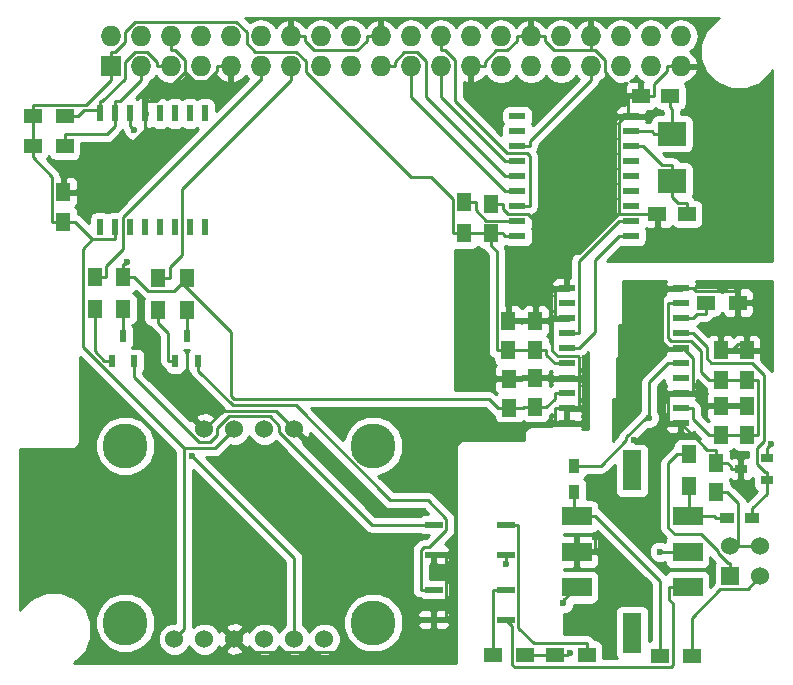
<source format=gtl>
G04 #@! TF.FileFunction,Copper,L1,Top,Signal*
%FSLAX46Y46*%
G04 Gerber Fmt 4.6, Leading zero omitted, Abs format (unit mm)*
G04 Created by KiCad (PCBNEW 4.0.4+e1-6308~48~ubuntu15.10.1-stable) date Sun Apr 23 18:13:47 2017*
%MOMM*%
%LPD*%
G01*
G04 APERTURE LIST*
%ADD10C,0.100000*%
%ADD11R,1.250000X1.500000*%
%ADD12R,1.500000X1.250000*%
%ADD13R,1.000760X0.800100*%
%ADD14R,0.599440X1.000760*%
%ADD15R,1.500000X1.300000*%
%ADD16R,1.300000X1.500000*%
%ADD17R,1.430020X0.551180*%
%ADD18R,0.551180X1.430020*%
%ADD19R,2.400000X2.000000*%
%ADD20R,1.200000X0.900000*%
%ADD21R,0.900000X1.200000*%
%ADD22R,1.524000X1.524000*%
%ADD23C,1.524000*%
%ADD24R,1.727200X1.727200*%
%ADD25O,1.727200X1.727200*%
%ADD26R,1.524000X0.508000*%
%ADD27R,1.650000X3.430000*%
%ADD28R,2.540000X1.650000*%
%ADD29C,3.810000*%
%ADD30C,0.600000*%
%ADD31C,0.250000*%
%ADD32C,0.254000*%
G04 APERTURE END LIST*
D10*
D11*
X171500000Y-97450000D03*
X171500000Y-94950000D03*
X171500000Y-92750000D03*
X171500000Y-90250000D03*
X173700000Y-97450000D03*
X173700000Y-94950000D03*
X173700000Y-92750000D03*
X173700000Y-90250000D03*
D12*
X168650000Y-78700000D03*
X166150000Y-78700000D03*
D11*
X155800000Y-95050000D03*
X155800000Y-92550000D03*
X155800000Y-90250000D03*
X155800000Y-87750000D03*
D12*
X167250000Y-68700000D03*
X164750000Y-68700000D03*
D11*
X153600000Y-95150000D03*
X153600000Y-92650000D03*
X153500000Y-90250000D03*
X153500000Y-87750000D03*
X152100000Y-80350000D03*
X152100000Y-77850000D03*
D13*
X173200180Y-100300000D03*
X175399820Y-99347500D03*
X175399820Y-101252500D03*
D14*
X119947500Y-91156640D03*
X120900000Y-89043360D03*
X121852500Y-91156640D03*
X125347500Y-91156640D03*
X126300000Y-89043360D03*
X127252500Y-91156640D03*
D15*
X157450000Y-116000000D03*
X160150000Y-116000000D03*
X152250000Y-116000000D03*
X154950000Y-116000000D03*
X170250000Y-86200000D03*
X172950000Y-86200000D03*
D16*
X120900000Y-86750000D03*
X120900000Y-84050000D03*
X118500000Y-84050000D03*
X118500000Y-86750000D03*
X126300000Y-86850000D03*
X126300000Y-84150000D03*
X123900000Y-84150000D03*
X123900000Y-86850000D03*
X149800000Y-80350000D03*
X149800000Y-77650000D03*
D15*
X169050000Y-116100000D03*
X166350000Y-116100000D03*
D16*
X168800000Y-99050000D03*
X168800000Y-101750000D03*
D17*
X163910760Y-80580000D03*
X163910760Y-79310000D03*
X163910760Y-78040000D03*
X163910760Y-76770000D03*
X163910760Y-75500000D03*
X163910760Y-74230000D03*
X163910760Y-72960000D03*
X163910760Y-71690000D03*
X163910760Y-70420000D03*
X154289240Y-70420000D03*
X154289240Y-71690000D03*
X154289240Y-72960000D03*
X154289240Y-74230000D03*
X154289240Y-75500000D03*
X154289240Y-76770000D03*
X154289240Y-78040000D03*
X154289240Y-79310000D03*
X154289240Y-80580000D03*
D18*
X118955000Y-79810760D03*
X120225000Y-79810760D03*
X121495000Y-79810760D03*
X122765000Y-79810760D03*
X124035000Y-79810760D03*
X125305000Y-79810760D03*
X126575000Y-79810760D03*
X127845000Y-79810760D03*
X127845000Y-70189240D03*
X126575000Y-70189240D03*
X125305000Y-70189240D03*
X124035000Y-70189240D03*
X122765000Y-70189240D03*
X121495000Y-70189240D03*
X120225000Y-70189240D03*
X118955000Y-70189240D03*
D19*
X167400000Y-75900000D03*
X167400000Y-71900000D03*
D20*
X172000000Y-104400000D03*
X174200000Y-104400000D03*
D21*
X159100000Y-102200000D03*
X159100000Y-100000000D03*
D22*
X172330000Y-109370000D03*
D23*
X172330000Y-106830000D03*
X174870000Y-109370000D03*
X174870000Y-106830000D03*
D17*
X158489240Y-84985000D03*
X158489240Y-86255000D03*
X158489240Y-87525000D03*
X158489240Y-88795000D03*
X158489240Y-90065000D03*
X158489240Y-91335000D03*
X158489240Y-92605000D03*
X158489240Y-93875000D03*
X158489240Y-95145000D03*
X158489240Y-96415000D03*
X168110760Y-96415000D03*
X168110760Y-95145000D03*
X168110760Y-93875000D03*
X168110760Y-92605000D03*
X168110760Y-91335000D03*
X168110760Y-90065000D03*
X168110760Y-88795000D03*
X168110760Y-87525000D03*
X168110760Y-86255000D03*
X168110760Y-84985000D03*
D11*
X115849000Y-76842300D03*
X115849000Y-79342300D03*
D15*
X113293000Y-70434200D03*
X115993000Y-70434200D03*
X113255000Y-72923400D03*
X115955000Y-72923400D03*
D11*
X171100000Y-99750000D03*
X171100000Y-102250000D03*
D24*
X119868000Y-66189000D03*
D25*
X119868000Y-63649000D03*
X122408000Y-66189000D03*
X122408000Y-63649000D03*
X124948000Y-66189000D03*
X124948000Y-63649000D03*
X127488000Y-66189000D03*
X127488000Y-63649000D03*
X130028000Y-66189000D03*
X130028000Y-63649000D03*
X132568000Y-66189000D03*
X132568000Y-63649000D03*
X135108000Y-66189000D03*
X135108000Y-63649000D03*
X137648000Y-66189000D03*
X137648000Y-63649000D03*
X140188000Y-66189000D03*
X140188000Y-63649000D03*
X142728000Y-66189000D03*
X142728000Y-63649000D03*
X145268000Y-66189000D03*
X145268000Y-63649000D03*
X147808000Y-66189000D03*
X147808000Y-63649000D03*
X150348000Y-66189000D03*
X150348000Y-63649000D03*
X152888000Y-66189000D03*
X152888000Y-63649000D03*
X155428000Y-66189000D03*
X155428000Y-63649000D03*
X157968000Y-66189000D03*
X157968000Y-63649000D03*
X160508000Y-66189000D03*
X160508000Y-63649000D03*
X163048000Y-66189000D03*
X163048000Y-63649000D03*
X165588000Y-66189000D03*
X165588000Y-63649000D03*
X168128000Y-66189000D03*
X168128000Y-63649000D03*
D26*
X147200000Y-105000000D03*
X147200000Y-107540000D03*
X153296000Y-107540000D03*
X153296000Y-105000000D03*
X147200000Y-110500000D03*
X147200000Y-113040000D03*
X153296000Y-113040000D03*
X153296000Y-110500000D03*
D27*
X164000000Y-100415000D03*
X164000000Y-114185000D03*
D28*
X159300000Y-110300000D03*
X168700000Y-110300000D03*
X159300000Y-107300000D03*
X168700000Y-107300000D03*
X159300000Y-104300000D03*
X168700000Y-104300000D03*
D23*
X132870000Y-96910000D03*
X135410000Y-96910000D03*
X130330000Y-96910000D03*
X127790000Y-96910000D03*
X132870000Y-114690000D03*
X135410000Y-114690000D03*
X137950000Y-114690000D03*
X130330000Y-114690000D03*
X127790000Y-114690000D03*
X125250000Y-114690000D03*
D29*
X142090200Y-98307000D03*
X142090200Y-113293000D03*
X121109800Y-98307000D03*
X121109800Y-113293000D03*
D30*
X160895300Y-106092600D03*
X164200200Y-97832300D03*
X165435900Y-95937300D03*
X175772700Y-98157100D03*
X126752500Y-99181900D03*
X121219100Y-82796300D03*
X166332400Y-107300000D03*
X158776200Y-115884300D03*
X158186900Y-111672700D03*
X153296000Y-108303800D03*
X121852500Y-71568700D03*
D31*
X122765000Y-71549500D02*
X122765000Y-70189200D01*
X117472200Y-76842300D02*
X122765000Y-71549500D01*
X115849000Y-76842300D02*
X117472200Y-76842300D01*
X156218900Y-92550000D02*
X156637700Y-92550000D01*
X156218900Y-92550000D02*
X155800000Y-92550000D01*
X154650300Y-92550000D02*
X154550300Y-92650000D01*
X155800000Y-92550000D02*
X154650300Y-92550000D01*
X153600000Y-92650000D02*
X154550300Y-92650000D01*
X158489200Y-92605000D02*
X157448900Y-92605000D01*
X164750000Y-68700000D02*
X163674700Y-68700000D01*
X165825300Y-67733200D02*
X165825300Y-68700000D01*
X166939100Y-66619400D02*
X165825300Y-67733200D01*
X166939100Y-66189000D02*
X166939100Y-66619400D01*
X168128000Y-66189000D02*
X166939100Y-66189000D01*
X164750000Y-68700000D02*
X165825300Y-68700000D01*
X136296900Y-64020600D02*
X136296900Y-63649000D01*
X137114200Y-64837900D02*
X136296900Y-64020600D01*
X140721700Y-64837900D02*
X137114200Y-64837900D01*
X141539100Y-64020500D02*
X140721700Y-64837900D01*
X141539100Y-63649000D02*
X141539100Y-64020500D01*
X142728000Y-63649000D02*
X141539100Y-63649000D01*
X135108000Y-63649000D02*
X136296900Y-63649000D01*
X154239100Y-64020600D02*
X154239100Y-63649000D01*
X153421800Y-64837900D02*
X154239100Y-64020600D01*
X152516400Y-64837900D02*
X153421800Y-64837900D01*
X151536900Y-65817400D02*
X152516400Y-64837900D01*
X151536900Y-66189000D02*
X151536900Y-65817400D01*
X150348000Y-66189000D02*
X151536900Y-66189000D01*
X155428000Y-63649000D02*
X154239100Y-63649000D01*
X147200000Y-113040000D02*
X148287300Y-113040000D01*
X143346700Y-115806000D02*
X146112700Y-113040000D01*
X131446000Y-115806000D02*
X143346700Y-115806000D01*
X130330000Y-114690000D02*
X131446000Y-115806000D01*
X147200000Y-113040000D02*
X146112700Y-113040000D01*
X147200000Y-107540000D02*
X148287300Y-107540000D01*
X163910800Y-70420000D02*
X163390700Y-70420000D01*
X148287300Y-113040000D02*
X148287300Y-107540000D01*
X160508000Y-63649000D02*
X160508000Y-64837900D01*
X163674700Y-70136000D02*
X163390700Y-70420000D01*
X163674700Y-68700000D02*
X163674700Y-70136000D01*
X160879600Y-64837900D02*
X160508000Y-64837900D01*
X161696900Y-65655200D02*
X160879600Y-64837900D01*
X161696900Y-66722200D02*
X161696900Y-65655200D01*
X163674700Y-68700000D02*
X161696900Y-66722200D01*
X156616900Y-64020600D02*
X156616900Y-63649000D01*
X157434200Y-64837900D02*
X156616900Y-64020600D01*
X160508000Y-64837900D02*
X157434200Y-64837900D01*
X155428000Y-63649000D02*
X156616900Y-63649000D01*
X166150000Y-78700000D02*
X165074700Y-78700000D01*
X159529500Y-95145000D02*
X159529500Y-92605000D01*
X158489200Y-95145000D02*
X159529500Y-95145000D01*
X155800000Y-87750000D02*
X153500000Y-87750000D01*
X157393900Y-92550000D02*
X157448900Y-92605000D01*
X156637700Y-92550000D02*
X157393900Y-92550000D01*
X158489200Y-92605000D02*
X159416900Y-92605000D01*
X159416900Y-92605000D02*
X159529500Y-92605000D01*
X162870400Y-70940300D02*
X162870400Y-78640900D01*
X163390700Y-70420000D02*
X162870400Y-70940300D01*
X162929500Y-78700000D02*
X165074700Y-78700000D01*
X162870400Y-78640900D02*
X162929500Y-78700000D01*
X152100000Y-77850000D02*
X153050300Y-77850000D01*
X133861700Y-95361700D02*
X135410000Y-96910000D01*
X129338300Y-95361700D02*
X133861700Y-95361700D01*
X127790000Y-96910000D02*
X129338300Y-95361700D01*
X155800000Y-87750000D02*
X156275200Y-87750000D01*
X158489200Y-87525000D02*
X157448900Y-87525000D01*
X157223900Y-90264200D02*
X157223900Y-87750000D01*
X157693700Y-90734000D02*
X157223900Y-90264200D01*
X159413500Y-90734000D02*
X157693700Y-90734000D01*
X159529500Y-90850000D02*
X159413500Y-90734000D01*
X159529500Y-92605000D02*
X159529500Y-90850000D01*
X156275200Y-87750000D02*
X157223900Y-87750000D01*
X158489200Y-82000000D02*
X158489200Y-84985000D01*
X155198200Y-78709000D02*
X158489200Y-82000000D01*
X153479700Y-78709000D02*
X155198200Y-78709000D01*
X153050300Y-78279600D02*
X153479700Y-78709000D01*
X153050300Y-77850000D02*
X153050300Y-78279600D01*
X159511300Y-82000000D02*
X162870400Y-78640900D01*
X158489200Y-82000000D02*
X159511300Y-82000000D01*
X158489200Y-84985000D02*
X157448900Y-84985000D01*
X157223900Y-87750000D02*
X157448900Y-87525000D01*
X157448900Y-87525000D02*
X157448900Y-84985000D01*
X158489200Y-95145000D02*
X157448900Y-95145000D01*
X157448900Y-96415000D02*
X157448900Y-95145000D01*
X150919500Y-96415000D02*
X157448900Y-96415000D01*
X149068600Y-98265900D02*
X150919500Y-96415000D01*
X149068600Y-106758700D02*
X149068600Y-98265900D01*
X148287300Y-107540000D02*
X149068600Y-106758700D01*
X157448900Y-96415000D02*
X158489200Y-96415000D01*
X130028000Y-66189000D02*
X128839100Y-66189000D01*
X124948000Y-63649000D02*
X124948000Y-64837900D01*
X122765000Y-70189200D02*
X122765000Y-69148900D01*
X126926300Y-67423500D02*
X126168100Y-66665300D01*
X127976100Y-67423500D02*
X126926300Y-67423500D01*
X128839100Y-66560500D02*
X127976100Y-67423500D01*
X128839100Y-66189000D02*
X128839100Y-66560500D01*
X126168100Y-65686400D02*
X126168100Y-66665300D01*
X125319600Y-64837900D02*
X126168100Y-65686400D01*
X124948000Y-64837900D02*
X125319600Y-64837900D01*
X123684500Y-69148900D02*
X122765000Y-69148900D01*
X126168100Y-66665300D02*
X123684500Y-69148900D01*
X173700000Y-92750000D02*
X171500000Y-92750000D01*
X173700000Y-92750000D02*
X174650300Y-92750000D01*
X173700000Y-97450000D02*
X171500000Y-97450000D01*
X174650300Y-97450000D02*
X174650300Y-92750000D01*
X173700000Y-97450000D02*
X174650300Y-97450000D01*
X169859700Y-92060000D02*
X170549700Y-92750000D01*
X169859700Y-90309800D02*
X169859700Y-92060000D01*
X168979900Y-89430000D02*
X169859700Y-90309800D01*
X167295100Y-89430000D02*
X168979900Y-89430000D01*
X167070500Y-89205400D02*
X167295100Y-89430000D01*
X167070500Y-86255000D02*
X167070500Y-89205400D01*
X168110800Y-86255000D02*
X167070500Y-86255000D01*
X171500000Y-92750000D02*
X170549700Y-92750000D01*
X169151100Y-96051400D02*
X170549700Y-97450000D01*
X169151100Y-95145000D02*
X169151100Y-96051400D01*
X171500000Y-97450000D02*
X170549700Y-97450000D01*
X168110800Y-95145000D02*
X169151100Y-95145000D01*
X171500000Y-94950000D02*
X170549700Y-94950000D01*
X172950000Y-88424700D02*
X173700000Y-89174700D01*
X172950000Y-86200000D02*
X172950000Y-88424700D01*
X172374500Y-100074200D02*
X172050300Y-99750000D01*
X172374500Y-100300000D02*
X172374500Y-100074200D01*
X173200200Y-100300000D02*
X172374500Y-100300000D01*
X171100000Y-99750000D02*
X172050300Y-99750000D01*
X173700000Y-94950000D02*
X171500000Y-94950000D01*
X168155100Y-93875000D02*
X169038500Y-93875000D01*
X168110800Y-84985000D02*
X169151100Y-84985000D01*
X169038500Y-93875000D02*
X169202100Y-93875000D01*
X169474700Y-93875000D02*
X170549700Y-94950000D01*
X169202100Y-93875000D02*
X169474700Y-93875000D01*
X170370500Y-98674700D02*
X171100000Y-98674700D01*
X168110800Y-96415000D02*
X170370500Y-98674700D01*
X171100000Y-99750000D02*
X171100000Y-98674700D01*
X173700000Y-90250000D02*
X173700000Y-89712300D01*
X173700000Y-89712300D02*
X173700000Y-89174700D01*
X172988000Y-89712300D02*
X172450300Y-90250000D01*
X173700000Y-89712300D02*
X172988000Y-89712300D01*
X171500000Y-90250000D02*
X172450300Y-90250000D01*
X172950000Y-86200000D02*
X172950000Y-85224700D01*
X169390800Y-85224700D02*
X172950000Y-85224700D01*
X169151100Y-84985000D02*
X169390800Y-85224700D01*
X165653200Y-97832300D02*
X167070500Y-96415000D01*
X164200200Y-97832300D02*
X165653200Y-97832300D01*
X168110800Y-96415000D02*
X167070500Y-96415000D01*
X159300000Y-107300000D02*
X160895300Y-107300000D01*
X160895300Y-107300000D02*
X160895300Y-106092600D01*
X168155100Y-93875000D02*
X168110800Y-93875000D01*
X167070500Y-93875000D02*
X167070500Y-96415000D01*
X168110800Y-93875000D02*
X167070500Y-93875000D01*
X168339800Y-90065000D02*
X168110800Y-90065000D01*
X169202100Y-90927300D02*
X168339800Y-90065000D01*
X169202100Y-93875000D02*
X169202100Y-90927300D01*
X166579700Y-85475800D02*
X167070500Y-84985000D01*
X166579700Y-89574200D02*
X166579700Y-85475800D01*
X167070500Y-90065000D02*
X166579700Y-89574200D01*
X168110800Y-90065000D02*
X167070500Y-90065000D01*
X168110800Y-84985000D02*
X167070500Y-84985000D01*
X167924400Y-77749700D02*
X168650000Y-77749700D01*
X167400000Y-77225300D02*
X167924400Y-77749700D01*
X167400000Y-75900000D02*
X167400000Y-77225300D01*
X168650000Y-78700000D02*
X168650000Y-77749700D01*
X166565800Y-74574700D02*
X167400000Y-74574700D01*
X164951100Y-72960000D02*
X166565800Y-74574700D01*
X163910800Y-72960000D02*
X164951100Y-72960000D01*
X167400000Y-75900000D02*
X167400000Y-74574700D01*
X148824700Y-77427800D02*
X148824700Y-80350000D01*
X146956400Y-75559500D02*
X148824700Y-77427800D01*
X145262000Y-75559500D02*
X146956400Y-75559500D01*
X136378000Y-66675500D02*
X145262000Y-75559500D01*
X136378000Y-65772200D02*
X136378000Y-66675500D01*
X135557500Y-64951700D02*
X136378000Y-65772200D01*
X132117300Y-64951700D02*
X135557500Y-64951700D01*
X131379000Y-64213400D02*
X132117300Y-64951700D01*
X131379000Y-63306100D02*
X131379000Y-64213400D01*
X130505800Y-62432900D02*
X131379000Y-63306100D01*
X121933500Y-62432900D02*
X130505800Y-62432900D01*
X121056900Y-63309500D02*
X121933500Y-62432900D01*
X121056900Y-64182800D02*
X121056900Y-63309500D01*
X120239600Y-65000100D02*
X121056900Y-64182800D01*
X119868000Y-65000100D02*
X120239600Y-65000100D01*
X119868000Y-66189000D02*
X119868000Y-65000100D01*
X149800000Y-80350000D02*
X148824700Y-80350000D01*
X113255000Y-72435700D02*
X113255000Y-71948100D01*
X119868000Y-66189000D02*
X119868000Y-67377900D01*
X113293000Y-71910100D02*
X113293000Y-70434200D01*
X113255000Y-71948100D02*
X113293000Y-71910100D01*
X117787000Y-69458900D02*
X119868000Y-67377900D01*
X113293000Y-69458900D02*
X117787000Y-69458900D01*
X113293000Y-70434200D02*
X113293000Y-69458900D01*
X120225000Y-79810800D02*
X120225000Y-80851100D01*
X126079200Y-113860800D02*
X125250000Y-114690000D01*
X126079200Y-98550200D02*
X126079200Y-113860800D01*
X128689800Y-98550200D02*
X126079200Y-98550200D01*
X130330000Y-96910000D02*
X128689800Y-98550200D01*
X156750300Y-90636400D02*
X156750300Y-90250000D01*
X157448900Y-91335000D02*
X156750300Y-90636400D01*
X155800000Y-90250000D02*
X156750300Y-90250000D01*
X158489200Y-91335000D02*
X157448900Y-91335000D01*
X113255000Y-72435700D02*
X113255000Y-72923400D01*
X149800000Y-80350000D02*
X152100000Y-80350000D01*
X153050300Y-80381400D02*
X153248900Y-80580000D01*
X153050300Y-80350000D02*
X153050300Y-80381400D01*
X154289200Y-80580000D02*
X153248900Y-80580000D01*
X152100000Y-80350000D02*
X153050300Y-80350000D01*
X153500000Y-90250000D02*
X155800000Y-90250000D01*
X152549700Y-81875000D02*
X152100000Y-81425300D01*
X152549700Y-90250000D02*
X152549700Y-81875000D01*
X153500000Y-90250000D02*
X152549700Y-90250000D01*
X152100000Y-80350000D02*
X152100000Y-81425300D01*
X114898700Y-75542400D02*
X113255000Y-73898700D01*
X114898700Y-79342300D02*
X114898700Y-75542400D01*
X115849000Y-79342300D02*
X114898700Y-79342300D01*
X113255000Y-72923400D02*
X113255000Y-73898700D01*
X115849000Y-79342300D02*
X116799300Y-79342300D01*
X117524600Y-89995600D02*
X126079200Y-98550200D01*
X117524600Y-81634600D02*
X117524600Y-89995600D01*
X118308100Y-80851100D02*
X117524600Y-81634600D01*
X120225000Y-80851100D02*
X118308100Y-80851100D01*
X118308100Y-80851100D02*
X116799300Y-79342300D01*
X167400000Y-69800300D02*
X167250000Y-69650300D01*
X167400000Y-71900000D02*
X167400000Y-69800300D01*
X167250000Y-68700000D02*
X167250000Y-69650300D01*
X165664700Y-71690000D02*
X165874700Y-71900000D01*
X163910800Y-71690000D02*
X165664700Y-71690000D01*
X167400000Y-71900000D02*
X165874700Y-71900000D01*
X171100000Y-102250000D02*
X172050300Y-102250000D01*
X173003700Y-103203400D02*
X172050300Y-102250000D01*
X173003700Y-106830000D02*
X173003700Y-103203400D01*
X174870000Y-106830000D02*
X173003700Y-106830000D01*
X173003700Y-106830000D02*
X172330000Y-106830000D01*
X168110800Y-91335000D02*
X167070500Y-91335000D01*
X175399800Y-98530000D02*
X175399800Y-99347500D01*
X175772700Y-98157100D02*
X175399800Y-98530000D01*
X165435900Y-92969600D02*
X165435900Y-95937300D01*
X167070500Y-91335000D02*
X165435900Y-92969600D01*
X161373200Y-100000000D02*
X159100000Y-100000000D01*
X163502900Y-97870300D02*
X161373200Y-100000000D01*
X163502900Y-97617600D02*
X163502900Y-97870300D01*
X165183200Y-95937300D02*
X163502900Y-97617600D01*
X165435900Y-95937300D02*
X165183200Y-95937300D01*
X174200000Y-104400000D02*
X174200000Y-103624700D01*
X175399800Y-102424900D02*
X175399800Y-101252500D01*
X174200000Y-103624700D02*
X175399800Y-102424900D01*
X175218500Y-100527100D02*
X175399800Y-100527100D01*
X174574000Y-99882600D02*
X175218500Y-100527100D01*
X174574000Y-98526900D02*
X174574000Y-99882600D01*
X175147300Y-97953600D02*
X174574000Y-98526900D01*
X175147300Y-92331900D02*
X175147300Y-97953600D01*
X174140800Y-91325400D02*
X175147300Y-92331900D01*
X170712400Y-91325400D02*
X174140800Y-91325400D01*
X170310100Y-90923100D02*
X170712400Y-91325400D01*
X170310100Y-89954000D02*
X170310100Y-90923100D01*
X169151100Y-88795000D02*
X170310100Y-89954000D01*
X168110800Y-88795000D02*
X169151100Y-88795000D01*
X175399800Y-101252500D02*
X175399800Y-100527100D01*
X153296000Y-105000000D02*
X154383300Y-105000000D01*
X160150000Y-116000000D02*
X160150000Y-115024700D01*
X154383300Y-113746400D02*
X154383300Y-105000000D01*
X155661600Y-115024700D02*
X154383300Y-113746400D01*
X160150000Y-115024700D02*
X155661600Y-115024700D01*
X152208700Y-114983400D02*
X152250000Y-115024700D01*
X152208700Y-110500000D02*
X152208700Y-114983400D01*
X153296000Y-110500000D02*
X152208700Y-110500000D01*
X152250000Y-116000000D02*
X152250000Y-115024700D01*
X147808000Y-63649000D02*
X147808000Y-64837900D01*
X154289200Y-78040000D02*
X155329500Y-78040000D01*
X148179600Y-64837900D02*
X147808000Y-64837900D01*
X148996900Y-65655200D02*
X148179600Y-64837900D01*
X148996900Y-69146300D02*
X148996900Y-65655200D01*
X153411600Y-73561000D02*
X148996900Y-69146300D01*
X155080300Y-73561000D02*
X153411600Y-73561000D01*
X155329500Y-73810200D02*
X155080300Y-73561000D01*
X155329500Y-78040000D02*
X155329500Y-73810200D01*
X135410000Y-107839400D02*
X126752500Y-99181900D01*
X135410000Y-114690000D02*
X135410000Y-107839400D01*
X121040700Y-82974700D02*
X121219100Y-82796300D01*
X120900000Y-82974700D02*
X121040700Y-82974700D01*
X120900000Y-84050000D02*
X120900000Y-82974700D01*
X157448900Y-94351400D02*
X156750300Y-95050000D01*
X157448900Y-93875000D02*
X157448900Y-94351400D01*
X155800000Y-95050000D02*
X156750300Y-95050000D01*
X158489200Y-93875000D02*
X157448900Y-93875000D01*
X120900000Y-84050000D02*
X121875300Y-84050000D01*
X155800000Y-95050000D02*
X154849700Y-95050000D01*
X154749700Y-95150000D02*
X153600000Y-95150000D01*
X154849700Y-95050000D02*
X154749700Y-95150000D01*
X153600000Y-95150000D02*
X152649700Y-95150000D01*
X151881300Y-94381600D02*
X152649700Y-95150000D01*
X130304900Y-94381600D02*
X151881300Y-94381600D01*
X130072700Y-94149400D02*
X130304900Y-94381600D01*
X130072700Y-88705500D02*
X130072700Y-94149400D01*
X125908600Y-84541400D02*
X130072700Y-88705500D01*
X126300000Y-84150000D02*
X125908600Y-84541400D01*
X123050700Y-85225400D02*
X121875300Y-84050000D01*
X125224600Y-85225400D02*
X123050700Y-85225400D01*
X125908600Y-84541400D02*
X125224600Y-85225400D01*
X155329500Y-72556400D02*
X155329500Y-72960000D01*
X160508000Y-67377900D02*
X155329500Y-72556400D01*
X160508000Y-66189000D02*
X160508000Y-67377900D01*
X154289200Y-72960000D02*
X155329500Y-72960000D01*
X119475300Y-83074700D02*
X119475300Y-84050000D01*
X120894000Y-81656000D02*
X119475300Y-83074700D01*
X120894000Y-78954100D02*
X120894000Y-81656000D01*
X132470200Y-67377900D02*
X120894000Y-78954100D01*
X132568000Y-67377900D02*
X132470200Y-67377900D01*
X132568000Y-66189000D02*
X132568000Y-67377900D01*
X118500000Y-84050000D02*
X119475300Y-84050000D01*
X124875300Y-83174700D02*
X124875300Y-84150000D01*
X125913900Y-82136100D02*
X124875300Y-83174700D01*
X125913900Y-76572000D02*
X125913900Y-82136100D01*
X135108000Y-67377900D02*
X125913900Y-76572000D01*
X135108000Y-66189000D02*
X135108000Y-67377900D01*
X123900000Y-84150000D02*
X124875300Y-84150000D01*
X154289200Y-74230000D02*
X153248900Y-74230000D01*
X147808000Y-68789100D02*
X147808000Y-66189000D01*
X153248900Y-74230000D02*
X147808000Y-68789100D01*
X145268000Y-68789100D02*
X153248900Y-76770000D01*
X145268000Y-66189000D02*
X145268000Y-68789100D01*
X154289200Y-76770000D02*
X153248900Y-76770000D01*
X146538000Y-68789100D02*
X153248900Y-75500000D01*
X146538000Y-65755700D02*
X146538000Y-68789100D01*
X145782300Y-65000000D02*
X146538000Y-65755700D01*
X144734400Y-65000000D02*
X145782300Y-65000000D01*
X143916900Y-65817500D02*
X144734400Y-65000000D01*
X143916900Y-66189000D02*
X143916900Y-65817500D01*
X142728000Y-66189000D02*
X143916900Y-66189000D01*
X154289200Y-75500000D02*
X153248900Y-75500000D01*
X157450000Y-116000000D02*
X154950000Y-116000000D01*
X158641000Y-115884300D02*
X158525300Y-116000000D01*
X158776200Y-115884300D02*
X158641000Y-115884300D01*
X157450000Y-116000000D02*
X158525300Y-116000000D01*
X168700000Y-107300000D02*
X166332400Y-107300000D01*
X167078000Y-99796700D02*
X167824700Y-99050000D01*
X167078000Y-105285100D02*
X167078000Y-99796700D01*
X167623900Y-105831000D02*
X167078000Y-105285100D01*
X169822400Y-105831000D02*
X167623900Y-105831000D01*
X171242700Y-107251300D02*
X169822400Y-105831000D01*
X171242700Y-107380300D02*
X171242700Y-107251300D01*
X172145100Y-108282700D02*
X171242700Y-107380300D01*
X172330000Y-108282700D02*
X172145100Y-108282700D01*
X172330000Y-109370000D02*
X172330000Y-108282700D01*
X168800000Y-99050000D02*
X167824700Y-99050000D01*
X169050000Y-112889800D02*
X169050000Y-116100000D01*
X171482400Y-110457400D02*
X169050000Y-112889800D01*
X173782600Y-110457400D02*
X171482400Y-110457400D01*
X174870000Y-109370000D02*
X173782600Y-110457400D01*
X118500000Y-90334100D02*
X119322500Y-91156600D01*
X118500000Y-86750000D02*
X118500000Y-90334100D01*
X119947500Y-91156600D02*
X119322500Y-91156600D01*
X120900000Y-86750000D02*
X120900000Y-89043400D01*
X124722500Y-88747800D02*
X123900000Y-87925300D01*
X124722500Y-91156600D02*
X124722500Y-88747800D01*
X125347500Y-91156600D02*
X124722500Y-91156600D01*
X123900000Y-86850000D02*
X123900000Y-87925300D01*
X126300000Y-86850000D02*
X126300000Y-89043400D01*
X169500800Y-87175300D02*
X170250000Y-87175300D01*
X169151100Y-87525000D02*
X169500800Y-87175300D01*
X168110800Y-87525000D02*
X169151100Y-87525000D01*
X170250000Y-86200000D02*
X170250000Y-87175300D01*
X150775300Y-78381500D02*
X150775300Y-77650000D01*
X151668400Y-79274600D02*
X150775300Y-78381500D01*
X153213500Y-79274600D02*
X151668400Y-79274600D01*
X153248900Y-79310000D02*
X153213500Y-79274600D01*
X154289200Y-79310000D02*
X153248900Y-79310000D01*
X149800000Y-77650000D02*
X150775300Y-77650000D01*
X158489200Y-90065000D02*
X159529500Y-90065000D01*
X163910800Y-80580000D02*
X162870500Y-80580000D01*
X160880400Y-82570100D02*
X162870500Y-80580000D01*
X160880400Y-88714100D02*
X160880400Y-82570100D01*
X159529500Y-90065000D02*
X160880400Y-88714100D01*
X158489200Y-88795000D02*
X159529500Y-88795000D01*
X163910800Y-79310000D02*
X162870500Y-79310000D01*
X159529500Y-82651000D02*
X162870500Y-79310000D01*
X159529500Y-88795000D02*
X159529500Y-82651000D01*
X121852500Y-92542300D02*
X121852500Y-91156600D01*
X127330900Y-98020700D02*
X121852500Y-92542300D01*
X128265500Y-98020700D02*
X127330900Y-98020700D01*
X128881500Y-97404700D02*
X128265500Y-98020700D01*
X128881500Y-96820700D02*
X128881500Y-97404700D01*
X129879600Y-95822600D02*
X128881500Y-96820700D01*
X133343200Y-95822600D02*
X129879600Y-95822600D01*
X134140000Y-96619400D02*
X133343200Y-95822600D01*
X134140000Y-97190100D02*
X134140000Y-96619400D01*
X141949900Y-105000000D02*
X134140000Y-97190100D01*
X147200000Y-105000000D02*
X141949900Y-105000000D01*
X147200000Y-110500000D02*
X146112700Y-110500000D01*
X127252500Y-91156600D02*
X127252500Y-91982300D01*
X130181500Y-94911300D02*
X127252500Y-91982300D01*
X135508700Y-94911300D02*
X130181500Y-94911300D01*
X143546300Y-102948900D02*
X135508700Y-94911300D01*
X146686000Y-102948900D02*
X143546300Y-102948900D01*
X148287400Y-104550300D02*
X146686000Y-102948900D01*
X148287400Y-105458200D02*
X148287400Y-104550300D01*
X146842600Y-106903000D02*
X148287400Y-105458200D01*
X146360900Y-106903000D02*
X146842600Y-106903000D01*
X146112700Y-107151200D02*
X146360900Y-106903000D01*
X146112700Y-110500000D02*
X146112700Y-107151200D01*
X119506400Y-71948100D02*
X115955000Y-71948100D01*
X120225000Y-71229500D02*
X119506400Y-71948100D01*
X115955000Y-72923400D02*
X115955000Y-71948100D01*
X120225000Y-70709300D02*
X120225000Y-71229500D01*
X120225000Y-70709300D02*
X120225000Y-70189200D01*
X120637000Y-69148900D02*
X122408000Y-67377900D01*
X120225000Y-69148900D02*
X120637000Y-69148900D01*
X122408000Y-66189000D02*
X122408000Y-67377900D01*
X120225000Y-70189200D02*
X120225000Y-69148900D01*
X119160900Y-69148900D02*
X118955000Y-69148900D01*
X121057000Y-67252800D02*
X119160900Y-69148900D01*
X121057000Y-65802000D02*
X121057000Y-67252800D01*
X121889900Y-64969100D02*
X121057000Y-65802000D01*
X122910700Y-64969100D02*
X121889900Y-64969100D01*
X123759100Y-65817500D02*
X122910700Y-64969100D01*
X123759100Y-66189000D02*
X123759100Y-65817500D01*
X124948000Y-66189000D02*
X123759100Y-66189000D01*
X118955000Y-70189200D02*
X118955000Y-69936600D01*
X118955000Y-69936600D02*
X118955000Y-69148900D01*
X117565900Y-69936600D02*
X117068300Y-70434200D01*
X118955000Y-69936600D02*
X117565900Y-69936600D01*
X115993000Y-70434200D02*
X117068300Y-70434200D01*
X153296000Y-108303800D02*
X153296000Y-107540000D01*
X158186900Y-111413100D02*
X158186900Y-111672700D01*
X159300000Y-110300000D02*
X158186900Y-111413100D01*
X153874600Y-113618600D02*
X153296000Y-113040000D01*
X153874600Y-116847200D02*
X153874600Y-113618600D01*
X154102800Y-117075400D02*
X153874600Y-116847200D01*
X167285600Y-117075400D02*
X154102800Y-117075400D01*
X167483700Y-116877300D02*
X167285600Y-117075400D01*
X167483700Y-111718000D02*
X167483700Y-116877300D01*
X167104700Y-111339000D02*
X167483700Y-111718000D01*
X167104700Y-110300000D02*
X167104700Y-111339000D01*
X168700000Y-110300000D02*
X167104700Y-110300000D01*
X172000000Y-104400000D02*
X171074700Y-104400000D01*
X168800000Y-104300000D02*
X168800000Y-101750000D01*
X168700000Y-104300000D02*
X168800000Y-104300000D01*
X170974700Y-104300000D02*
X171074700Y-104400000D01*
X168800000Y-104300000D02*
X170974700Y-104300000D01*
X159100000Y-104100000D02*
X159300000Y-104300000D01*
X159100000Y-102200000D02*
X159100000Y-104100000D01*
X159300000Y-104300000D02*
X160895300Y-104300000D01*
X166350000Y-109754700D02*
X160895300Y-104300000D01*
X166350000Y-116100000D02*
X166350000Y-109754700D01*
X121495000Y-70189200D02*
X121495000Y-71229500D01*
X121513300Y-71229500D02*
X121495000Y-71229500D01*
X121852500Y-71568700D02*
X121513300Y-71229500D01*
D32*
G36*
X165590000Y-110069502D02*
X165590000Y-114804442D01*
X165472440Y-114826562D01*
X165472440Y-112470000D01*
X165428162Y-112234683D01*
X165289090Y-112018559D01*
X165076890Y-111873569D01*
X164825000Y-111822560D01*
X163175000Y-111822560D01*
X162939683Y-111866838D01*
X162723559Y-112005910D01*
X162578569Y-112218110D01*
X162527560Y-112470000D01*
X162527560Y-115900000D01*
X162571838Y-116135317D01*
X162687718Y-116315400D01*
X161547440Y-116315400D01*
X161547440Y-115350000D01*
X161503162Y-115114683D01*
X161364090Y-114898559D01*
X161151890Y-114753569D01*
X160900000Y-114702560D01*
X160831233Y-114702560D01*
X160687401Y-114487299D01*
X160440839Y-114322552D01*
X160150000Y-114264700D01*
X158228100Y-114264700D01*
X158228100Y-112607737D01*
X158372067Y-112607862D01*
X158715843Y-112465817D01*
X158979092Y-112203027D01*
X159121738Y-111859499D01*
X159121814Y-111772440D01*
X160570000Y-111772440D01*
X160805317Y-111728162D01*
X161021441Y-111589090D01*
X161166431Y-111376890D01*
X161217440Y-111125000D01*
X161217440Y-109475000D01*
X161173162Y-109239683D01*
X161034090Y-109023559D01*
X160821890Y-108878569D01*
X160570000Y-108827560D01*
X158228100Y-108827560D01*
X158228100Y-108760000D01*
X159014250Y-108760000D01*
X159173000Y-108601250D01*
X159173000Y-107427000D01*
X159427000Y-107427000D01*
X159427000Y-108601250D01*
X159585750Y-108760000D01*
X160696310Y-108760000D01*
X160929699Y-108663327D01*
X161108327Y-108484698D01*
X161205000Y-108251309D01*
X161205000Y-107585750D01*
X161046250Y-107427000D01*
X159427000Y-107427000D01*
X159173000Y-107427000D01*
X159153000Y-107427000D01*
X159153000Y-107173000D01*
X159173000Y-107173000D01*
X159173000Y-105998750D01*
X159427000Y-105998750D01*
X159427000Y-107173000D01*
X161046250Y-107173000D01*
X161205000Y-107014250D01*
X161205000Y-106348691D01*
X161108327Y-106115302D01*
X160929699Y-105936673D01*
X160696310Y-105840000D01*
X159585750Y-105840000D01*
X159427000Y-105998750D01*
X159173000Y-105998750D01*
X159014250Y-105840000D01*
X158228100Y-105840000D01*
X158228100Y-105772440D01*
X160570000Y-105772440D01*
X160805317Y-105728162D01*
X161021441Y-105589090D01*
X161057221Y-105536723D01*
X165590000Y-110069502D01*
X165590000Y-110069502D01*
G37*
X165590000Y-110069502D02*
X165590000Y-114804442D01*
X165472440Y-114826562D01*
X165472440Y-112470000D01*
X165428162Y-112234683D01*
X165289090Y-112018559D01*
X165076890Y-111873569D01*
X164825000Y-111822560D01*
X163175000Y-111822560D01*
X162939683Y-111866838D01*
X162723559Y-112005910D01*
X162578569Y-112218110D01*
X162527560Y-112470000D01*
X162527560Y-115900000D01*
X162571838Y-116135317D01*
X162687718Y-116315400D01*
X161547440Y-116315400D01*
X161547440Y-115350000D01*
X161503162Y-115114683D01*
X161364090Y-114898559D01*
X161151890Y-114753569D01*
X160900000Y-114702560D01*
X160831233Y-114702560D01*
X160687401Y-114487299D01*
X160440839Y-114322552D01*
X160150000Y-114264700D01*
X158228100Y-114264700D01*
X158228100Y-112607737D01*
X158372067Y-112607862D01*
X158715843Y-112465817D01*
X158979092Y-112203027D01*
X159121738Y-111859499D01*
X159121814Y-111772440D01*
X160570000Y-111772440D01*
X160805317Y-111728162D01*
X161021441Y-111589090D01*
X161166431Y-111376890D01*
X161217440Y-111125000D01*
X161217440Y-109475000D01*
X161173162Y-109239683D01*
X161034090Y-109023559D01*
X160821890Y-108878569D01*
X160570000Y-108827560D01*
X158228100Y-108827560D01*
X158228100Y-108760000D01*
X159014250Y-108760000D01*
X159173000Y-108601250D01*
X159173000Y-107427000D01*
X159427000Y-107427000D01*
X159427000Y-108601250D01*
X159585750Y-108760000D01*
X160696310Y-108760000D01*
X160929699Y-108663327D01*
X161108327Y-108484698D01*
X161205000Y-108251309D01*
X161205000Y-107585750D01*
X161046250Y-107427000D01*
X159427000Y-107427000D01*
X159173000Y-107427000D01*
X159153000Y-107427000D01*
X159153000Y-107173000D01*
X159173000Y-107173000D01*
X159173000Y-105998750D01*
X159427000Y-105998750D01*
X159427000Y-107173000D01*
X161046250Y-107173000D01*
X161205000Y-107014250D01*
X161205000Y-106348691D01*
X161108327Y-106115302D01*
X160929699Y-105936673D01*
X160696310Y-105840000D01*
X159585750Y-105840000D01*
X159427000Y-105998750D01*
X159173000Y-105998750D01*
X159014250Y-105840000D01*
X158228100Y-105840000D01*
X158228100Y-105772440D01*
X160570000Y-105772440D01*
X160805317Y-105728162D01*
X161021441Y-105589090D01*
X161057221Y-105536723D01*
X165590000Y-110069502D01*
G36*
X166748310Y-92880590D02*
X166792588Y-93115907D01*
X166866447Y-93230688D01*
X166857423Y-93239712D01*
X166760750Y-93473101D01*
X166760750Y-93589250D01*
X166919500Y-93748000D01*
X167983760Y-93748000D01*
X167983760Y-93728000D01*
X168237760Y-93728000D01*
X168237760Y-93748000D01*
X169302020Y-93748000D01*
X169460770Y-93589250D01*
X169460770Y-93473101D01*
X169364097Y-93239712D01*
X169355088Y-93230703D01*
X169422201Y-93132480D01*
X169473210Y-92880590D01*
X169473210Y-92748312D01*
X170012299Y-93287401D01*
X170227560Y-93431234D01*
X170227560Y-93500000D01*
X170271838Y-93735317D01*
X170338329Y-93838646D01*
X170336673Y-93840302D01*
X170240000Y-94073691D01*
X170240000Y-94664250D01*
X170398750Y-94823000D01*
X171373000Y-94823000D01*
X171373000Y-94803000D01*
X171627000Y-94803000D01*
X171627000Y-94823000D01*
X173573000Y-94823000D01*
X173573000Y-94803000D01*
X173827000Y-94803000D01*
X173827000Y-94823000D01*
X173847000Y-94823000D01*
X173847000Y-95077000D01*
X173827000Y-95077000D01*
X173827000Y-95097000D01*
X173573000Y-95097000D01*
X173573000Y-95077000D01*
X171627000Y-95077000D01*
X171627000Y-95097000D01*
X171373000Y-95097000D01*
X171373000Y-95077000D01*
X170398750Y-95077000D01*
X170240000Y-95235750D01*
X170240000Y-95826309D01*
X170336673Y-96059698D01*
X170477910Y-96200936D01*
X170423559Y-96235910D01*
X170418222Y-96243720D01*
X169911100Y-95736598D01*
X169911100Y-95145000D01*
X169853248Y-94854161D01*
X169688501Y-94607599D01*
X169441939Y-94442852D01*
X169395829Y-94433680D01*
X169460770Y-94276899D01*
X169460770Y-94160750D01*
X169302020Y-94002000D01*
X168237760Y-94002000D01*
X168237760Y-94022000D01*
X167983760Y-94022000D01*
X167983760Y-94002000D01*
X166919500Y-94002000D01*
X166760750Y-94160750D01*
X166760750Y-94276899D01*
X166857423Y-94510288D01*
X166866432Y-94519297D01*
X166799319Y-94617520D01*
X166748310Y-94869410D01*
X166748310Y-95420590D01*
X166792588Y-95655907D01*
X166866447Y-95770688D01*
X166857423Y-95779712D01*
X166760750Y-96013101D01*
X166760750Y-96129250D01*
X166919500Y-96288000D01*
X167983760Y-96288000D01*
X167983760Y-96268000D01*
X168237760Y-96268000D01*
X168237760Y-96288000D01*
X168257760Y-96288000D01*
X168257760Y-96542000D01*
X168237760Y-96542000D01*
X168237760Y-97166840D01*
X168396510Y-97325590D01*
X168952080Y-97325590D01*
X169185469Y-97228917D01*
X169219642Y-97194744D01*
X169785801Y-97760903D01*
X169701890Y-97703569D01*
X169450000Y-97652560D01*
X168150000Y-97652560D01*
X167914683Y-97696838D01*
X167698559Y-97835910D01*
X167553569Y-98048110D01*
X167502560Y-98300000D01*
X167502560Y-98368766D01*
X167287299Y-98512599D01*
X166540599Y-99259299D01*
X166375852Y-99505861D01*
X166318000Y-99796700D01*
X166318000Y-105285100D01*
X166375852Y-105575939D01*
X166540599Y-105822501D01*
X166877262Y-106159164D01*
X166833569Y-106223110D01*
X166782650Y-106474557D01*
X166519199Y-106365162D01*
X166147233Y-106364838D01*
X165803457Y-106506883D01*
X165540208Y-106769673D01*
X165397562Y-107113201D01*
X165397238Y-107485167D01*
X165539283Y-107828943D01*
X165802073Y-108092192D01*
X166145601Y-108234838D01*
X166517567Y-108235162D01*
X166782677Y-108125621D01*
X166826838Y-108360317D01*
X166965910Y-108576441D01*
X167178110Y-108721431D01*
X167430000Y-108772440D01*
X169970000Y-108772440D01*
X170205317Y-108728162D01*
X170421441Y-108589090D01*
X170566431Y-108376890D01*
X170617440Y-108125000D01*
X170617440Y-107786210D01*
X170705299Y-107917701D01*
X171041443Y-108253845D01*
X170971569Y-108356110D01*
X170920560Y-108608000D01*
X170920560Y-109944438D01*
X170617440Y-110247558D01*
X170617440Y-109475000D01*
X170573162Y-109239683D01*
X170434090Y-109023559D01*
X170221890Y-108878569D01*
X169970000Y-108827560D01*
X167430000Y-108827560D01*
X167194683Y-108871838D01*
X166978559Y-109010910D01*
X166857779Y-109187677D01*
X161432701Y-103762599D01*
X161217440Y-103618767D01*
X161217440Y-103475000D01*
X161173162Y-103239683D01*
X161034090Y-103023559D01*
X160821890Y-102878569D01*
X160570000Y-102827560D01*
X160191859Y-102827560D01*
X160197440Y-102800000D01*
X160197440Y-101600000D01*
X160153162Y-101364683D01*
X160014090Y-101148559D01*
X159944289Y-101100866D01*
X160001441Y-101064090D01*
X160146431Y-100851890D01*
X160165039Y-100760000D01*
X161373200Y-100760000D01*
X161664039Y-100702148D01*
X161910601Y-100537401D01*
X162527560Y-99920442D01*
X162527560Y-102130000D01*
X162571838Y-102365317D01*
X162710910Y-102581441D01*
X162923110Y-102726431D01*
X163175000Y-102777440D01*
X164825000Y-102777440D01*
X165060317Y-102733162D01*
X165276441Y-102594090D01*
X165421431Y-102381890D01*
X165472440Y-102130000D01*
X165472440Y-98700000D01*
X165428162Y-98464683D01*
X165289090Y-98248559D01*
X165076890Y-98103569D01*
X164825000Y-98052560D01*
X164226646Y-98052560D01*
X164247480Y-97947822D01*
X165323100Y-96872202D01*
X165621067Y-96872462D01*
X165964843Y-96730417D01*
X165994561Y-96700750D01*
X166760750Y-96700750D01*
X166760750Y-96816899D01*
X166857423Y-97050288D01*
X167036051Y-97228917D01*
X167269440Y-97325590D01*
X167825010Y-97325590D01*
X167983760Y-97166840D01*
X167983760Y-96542000D01*
X166919500Y-96542000D01*
X166760750Y-96700750D01*
X165994561Y-96700750D01*
X166228092Y-96467627D01*
X166370738Y-96124099D01*
X166371062Y-95752133D01*
X166229017Y-95408357D01*
X166195900Y-95375182D01*
X166195900Y-93284402D01*
X166748310Y-92731992D01*
X166748310Y-92880590D01*
X166748310Y-92880590D01*
G37*
X166748310Y-92880590D02*
X166792588Y-93115907D01*
X166866447Y-93230688D01*
X166857423Y-93239712D01*
X166760750Y-93473101D01*
X166760750Y-93589250D01*
X166919500Y-93748000D01*
X167983760Y-93748000D01*
X167983760Y-93728000D01*
X168237760Y-93728000D01*
X168237760Y-93748000D01*
X169302020Y-93748000D01*
X169460770Y-93589250D01*
X169460770Y-93473101D01*
X169364097Y-93239712D01*
X169355088Y-93230703D01*
X169422201Y-93132480D01*
X169473210Y-92880590D01*
X169473210Y-92748312D01*
X170012299Y-93287401D01*
X170227560Y-93431234D01*
X170227560Y-93500000D01*
X170271838Y-93735317D01*
X170338329Y-93838646D01*
X170336673Y-93840302D01*
X170240000Y-94073691D01*
X170240000Y-94664250D01*
X170398750Y-94823000D01*
X171373000Y-94823000D01*
X171373000Y-94803000D01*
X171627000Y-94803000D01*
X171627000Y-94823000D01*
X173573000Y-94823000D01*
X173573000Y-94803000D01*
X173827000Y-94803000D01*
X173827000Y-94823000D01*
X173847000Y-94823000D01*
X173847000Y-95077000D01*
X173827000Y-95077000D01*
X173827000Y-95097000D01*
X173573000Y-95097000D01*
X173573000Y-95077000D01*
X171627000Y-95077000D01*
X171627000Y-95097000D01*
X171373000Y-95097000D01*
X171373000Y-95077000D01*
X170398750Y-95077000D01*
X170240000Y-95235750D01*
X170240000Y-95826309D01*
X170336673Y-96059698D01*
X170477910Y-96200936D01*
X170423559Y-96235910D01*
X170418222Y-96243720D01*
X169911100Y-95736598D01*
X169911100Y-95145000D01*
X169853248Y-94854161D01*
X169688501Y-94607599D01*
X169441939Y-94442852D01*
X169395829Y-94433680D01*
X169460770Y-94276899D01*
X169460770Y-94160750D01*
X169302020Y-94002000D01*
X168237760Y-94002000D01*
X168237760Y-94022000D01*
X167983760Y-94022000D01*
X167983760Y-94002000D01*
X166919500Y-94002000D01*
X166760750Y-94160750D01*
X166760750Y-94276899D01*
X166857423Y-94510288D01*
X166866432Y-94519297D01*
X166799319Y-94617520D01*
X166748310Y-94869410D01*
X166748310Y-95420590D01*
X166792588Y-95655907D01*
X166866447Y-95770688D01*
X166857423Y-95779712D01*
X166760750Y-96013101D01*
X166760750Y-96129250D01*
X166919500Y-96288000D01*
X167983760Y-96288000D01*
X167983760Y-96268000D01*
X168237760Y-96268000D01*
X168237760Y-96288000D01*
X168257760Y-96288000D01*
X168257760Y-96542000D01*
X168237760Y-96542000D01*
X168237760Y-97166840D01*
X168396510Y-97325590D01*
X168952080Y-97325590D01*
X169185469Y-97228917D01*
X169219642Y-97194744D01*
X169785801Y-97760903D01*
X169701890Y-97703569D01*
X169450000Y-97652560D01*
X168150000Y-97652560D01*
X167914683Y-97696838D01*
X167698559Y-97835910D01*
X167553569Y-98048110D01*
X167502560Y-98300000D01*
X167502560Y-98368766D01*
X167287299Y-98512599D01*
X166540599Y-99259299D01*
X166375852Y-99505861D01*
X166318000Y-99796700D01*
X166318000Y-105285100D01*
X166375852Y-105575939D01*
X166540599Y-105822501D01*
X166877262Y-106159164D01*
X166833569Y-106223110D01*
X166782650Y-106474557D01*
X166519199Y-106365162D01*
X166147233Y-106364838D01*
X165803457Y-106506883D01*
X165540208Y-106769673D01*
X165397562Y-107113201D01*
X165397238Y-107485167D01*
X165539283Y-107828943D01*
X165802073Y-108092192D01*
X166145601Y-108234838D01*
X166517567Y-108235162D01*
X166782677Y-108125621D01*
X166826838Y-108360317D01*
X166965910Y-108576441D01*
X167178110Y-108721431D01*
X167430000Y-108772440D01*
X169970000Y-108772440D01*
X170205317Y-108728162D01*
X170421441Y-108589090D01*
X170566431Y-108376890D01*
X170617440Y-108125000D01*
X170617440Y-107786210D01*
X170705299Y-107917701D01*
X171041443Y-108253845D01*
X170971569Y-108356110D01*
X170920560Y-108608000D01*
X170920560Y-109944438D01*
X170617440Y-110247558D01*
X170617440Y-109475000D01*
X170573162Y-109239683D01*
X170434090Y-109023559D01*
X170221890Y-108878569D01*
X169970000Y-108827560D01*
X167430000Y-108827560D01*
X167194683Y-108871838D01*
X166978559Y-109010910D01*
X166857779Y-109187677D01*
X161432701Y-103762599D01*
X161217440Y-103618767D01*
X161217440Y-103475000D01*
X161173162Y-103239683D01*
X161034090Y-103023559D01*
X160821890Y-102878569D01*
X160570000Y-102827560D01*
X160191859Y-102827560D01*
X160197440Y-102800000D01*
X160197440Y-101600000D01*
X160153162Y-101364683D01*
X160014090Y-101148559D01*
X159944289Y-101100866D01*
X160001441Y-101064090D01*
X160146431Y-100851890D01*
X160165039Y-100760000D01*
X161373200Y-100760000D01*
X161664039Y-100702148D01*
X161910601Y-100537401D01*
X162527560Y-99920442D01*
X162527560Y-102130000D01*
X162571838Y-102365317D01*
X162710910Y-102581441D01*
X162923110Y-102726431D01*
X163175000Y-102777440D01*
X164825000Y-102777440D01*
X165060317Y-102733162D01*
X165276441Y-102594090D01*
X165421431Y-102381890D01*
X165472440Y-102130000D01*
X165472440Y-98700000D01*
X165428162Y-98464683D01*
X165289090Y-98248559D01*
X165076890Y-98103569D01*
X164825000Y-98052560D01*
X164226646Y-98052560D01*
X164247480Y-97947822D01*
X165323100Y-96872202D01*
X165621067Y-96872462D01*
X165964843Y-96730417D01*
X165994561Y-96700750D01*
X166760750Y-96700750D01*
X166760750Y-96816899D01*
X166857423Y-97050288D01*
X167036051Y-97228917D01*
X167269440Y-97325590D01*
X167825010Y-97325590D01*
X167983760Y-97166840D01*
X167983760Y-96542000D01*
X166919500Y-96542000D01*
X166760750Y-96700750D01*
X165994561Y-96700750D01*
X166228092Y-96467627D01*
X166370738Y-96124099D01*
X166371062Y-95752133D01*
X166229017Y-95408357D01*
X166195900Y-95375182D01*
X166195900Y-93284402D01*
X166748310Y-92731992D01*
X166748310Y-92880590D01*
G36*
X172610910Y-98651441D02*
X172823110Y-98796431D01*
X173075000Y-98847440D01*
X173814000Y-98847440D01*
X173814000Y-99264950D01*
X173485930Y-99264950D01*
X173327180Y-99423700D01*
X173327180Y-100173000D01*
X173347180Y-100173000D01*
X173347180Y-100427000D01*
X173327180Y-100427000D01*
X173327180Y-101176300D01*
X173485930Y-101335050D01*
X173826870Y-101335050D01*
X174060259Y-101238377D01*
X174238887Y-101059748D01*
X174252000Y-101028090D01*
X174252000Y-101652550D01*
X174296278Y-101887867D01*
X174435350Y-102103991D01*
X174560438Y-102189460D01*
X173727664Y-103022234D01*
X173715742Y-102962301D01*
X173705848Y-102912560D01*
X173541101Y-102665999D01*
X172587701Y-101712599D01*
X172372440Y-101568767D01*
X172372440Y-101500000D01*
X172328162Y-101264683D01*
X172259132Y-101157408D01*
X172340101Y-101238377D01*
X172573490Y-101335050D01*
X172914430Y-101335050D01*
X173073180Y-101176300D01*
X173073180Y-100427000D01*
X173053180Y-100427000D01*
X173053180Y-100173000D01*
X173073180Y-100173000D01*
X173073180Y-99423700D01*
X172914430Y-99264950D01*
X172573490Y-99264950D01*
X172360000Y-99353381D01*
X172360000Y-98873691D01*
X172332921Y-98808317D01*
X172360317Y-98803162D01*
X172576441Y-98664090D01*
X172598384Y-98631975D01*
X172610910Y-98651441D01*
X172610910Y-98651441D01*
G37*
X172610910Y-98651441D02*
X172823110Y-98796431D01*
X173075000Y-98847440D01*
X173814000Y-98847440D01*
X173814000Y-99264950D01*
X173485930Y-99264950D01*
X173327180Y-99423700D01*
X173327180Y-100173000D01*
X173347180Y-100173000D01*
X173347180Y-100427000D01*
X173327180Y-100427000D01*
X173327180Y-101176300D01*
X173485930Y-101335050D01*
X173826870Y-101335050D01*
X174060259Y-101238377D01*
X174238887Y-101059748D01*
X174252000Y-101028090D01*
X174252000Y-101652550D01*
X174296278Y-101887867D01*
X174435350Y-102103991D01*
X174560438Y-102189460D01*
X173727664Y-103022234D01*
X173715742Y-102962301D01*
X173705848Y-102912560D01*
X173541101Y-102665999D01*
X172587701Y-101712599D01*
X172372440Y-101568767D01*
X172372440Y-101500000D01*
X172328162Y-101264683D01*
X172259132Y-101157408D01*
X172340101Y-101238377D01*
X172573490Y-101335050D01*
X172914430Y-101335050D01*
X173073180Y-101176300D01*
X173073180Y-100427000D01*
X173053180Y-100427000D01*
X173053180Y-100173000D01*
X173073180Y-100173000D01*
X173073180Y-99423700D01*
X172914430Y-99264950D01*
X172573490Y-99264950D01*
X172360000Y-99353381D01*
X172360000Y-98873691D01*
X172332921Y-98808317D01*
X172360317Y-98803162D01*
X172576441Y-98664090D01*
X172598384Y-98631975D01*
X172610910Y-98651441D01*
G36*
X171227000Y-99623000D02*
X171247000Y-99623000D01*
X171247000Y-99877000D01*
X171227000Y-99877000D01*
X171227000Y-99897000D01*
X170973000Y-99897000D01*
X170973000Y-99877000D01*
X170953000Y-99877000D01*
X170953000Y-99623000D01*
X170973000Y-99623000D01*
X170973000Y-99603000D01*
X171227000Y-99603000D01*
X171227000Y-99623000D01*
X171227000Y-99623000D01*
G37*
X171227000Y-99623000D02*
X171247000Y-99623000D01*
X171247000Y-99877000D01*
X171227000Y-99877000D01*
X171227000Y-99897000D01*
X170973000Y-99897000D01*
X170973000Y-99877000D01*
X170953000Y-99877000D01*
X170953000Y-99623000D01*
X170973000Y-99623000D01*
X170973000Y-99603000D01*
X171227000Y-99603000D01*
X171227000Y-99623000D01*
G36*
X166760750Y-84583101D02*
X166760750Y-84699250D01*
X166919500Y-84858000D01*
X167983760Y-84858000D01*
X167983760Y-84838000D01*
X168237760Y-84838000D01*
X168237760Y-84858000D01*
X168257760Y-84858000D01*
X168257760Y-85112000D01*
X168237760Y-85112000D01*
X168237760Y-85132000D01*
X167983760Y-85132000D01*
X167983760Y-85112000D01*
X166919500Y-85112000D01*
X166760750Y-85270750D01*
X166760750Y-85386899D01*
X166825697Y-85543695D01*
X166779661Y-85552852D01*
X166533099Y-85717599D01*
X166368352Y-85964161D01*
X166310500Y-86255000D01*
X166310500Y-89205400D01*
X166368352Y-89496239D01*
X166533099Y-89742801D01*
X166757699Y-89967401D01*
X167004260Y-90132148D01*
X167295100Y-90190000D01*
X168257760Y-90190000D01*
X168257760Y-90192000D01*
X168237760Y-90192000D01*
X168237760Y-90212000D01*
X167983760Y-90212000D01*
X167983760Y-90192000D01*
X166919500Y-90192000D01*
X166760750Y-90350750D01*
X166760750Y-90466899D01*
X166825697Y-90623695D01*
X166779661Y-90632852D01*
X166744796Y-90656148D01*
X166533099Y-90797599D01*
X164898499Y-92432199D01*
X164733752Y-92678761D01*
X164675900Y-92969600D01*
X164675900Y-95374837D01*
X164660906Y-95389805D01*
X164645799Y-95399899D01*
X162965499Y-97080199D01*
X162800752Y-97326761D01*
X162758320Y-97540078D01*
X162407000Y-97891398D01*
X162407000Y-94347000D01*
X162570000Y-94347000D01*
X162619410Y-94336994D01*
X162661035Y-94308553D01*
X162688315Y-94266159D01*
X162697000Y-94220000D01*
X162697000Y-90897000D01*
X162800000Y-90897000D01*
X162849410Y-90886994D01*
X162891035Y-90858553D01*
X162918315Y-90816159D01*
X162927000Y-90770000D01*
X162927000Y-88107000D01*
X163070000Y-88107000D01*
X163119410Y-88096994D01*
X163161035Y-88068553D01*
X163188315Y-88026159D01*
X163197000Y-87980000D01*
X163197000Y-84397000D01*
X166837836Y-84397000D01*
X166760750Y-84583101D01*
X166760750Y-84583101D01*
G37*
X166760750Y-84583101D02*
X166760750Y-84699250D01*
X166919500Y-84858000D01*
X167983760Y-84858000D01*
X167983760Y-84838000D01*
X168237760Y-84838000D01*
X168237760Y-84858000D01*
X168257760Y-84858000D01*
X168257760Y-85112000D01*
X168237760Y-85112000D01*
X168237760Y-85132000D01*
X167983760Y-85132000D01*
X167983760Y-85112000D01*
X166919500Y-85112000D01*
X166760750Y-85270750D01*
X166760750Y-85386899D01*
X166825697Y-85543695D01*
X166779661Y-85552852D01*
X166533099Y-85717599D01*
X166368352Y-85964161D01*
X166310500Y-86255000D01*
X166310500Y-89205400D01*
X166368352Y-89496239D01*
X166533099Y-89742801D01*
X166757699Y-89967401D01*
X167004260Y-90132148D01*
X167295100Y-90190000D01*
X168257760Y-90190000D01*
X168257760Y-90192000D01*
X168237760Y-90192000D01*
X168237760Y-90212000D01*
X167983760Y-90212000D01*
X167983760Y-90192000D01*
X166919500Y-90192000D01*
X166760750Y-90350750D01*
X166760750Y-90466899D01*
X166825697Y-90623695D01*
X166779661Y-90632852D01*
X166744796Y-90656148D01*
X166533099Y-90797599D01*
X164898499Y-92432199D01*
X164733752Y-92678761D01*
X164675900Y-92969600D01*
X164675900Y-95374837D01*
X164660906Y-95389805D01*
X164645799Y-95399899D01*
X162965499Y-97080199D01*
X162800752Y-97326761D01*
X162758320Y-97540078D01*
X162407000Y-97891398D01*
X162407000Y-94347000D01*
X162570000Y-94347000D01*
X162619410Y-94336994D01*
X162661035Y-94308553D01*
X162688315Y-94266159D01*
X162697000Y-94220000D01*
X162697000Y-90897000D01*
X162800000Y-90897000D01*
X162849410Y-90886994D01*
X162891035Y-90858553D01*
X162918315Y-90816159D01*
X162927000Y-90770000D01*
X162927000Y-88107000D01*
X163070000Y-88107000D01*
X163119410Y-88096994D01*
X163161035Y-88068553D01*
X163188315Y-88026159D01*
X163197000Y-87980000D01*
X163197000Y-84397000D01*
X166837836Y-84397000D01*
X166760750Y-84583101D01*
G36*
X175820000Y-91996989D02*
X175684701Y-91794499D01*
X174960000Y-91069798D01*
X174960000Y-90535750D01*
X174801250Y-90377000D01*
X173827000Y-90377000D01*
X173827000Y-90397000D01*
X173573000Y-90397000D01*
X173573000Y-90377000D01*
X171627000Y-90377000D01*
X171627000Y-90397000D01*
X171373000Y-90397000D01*
X171373000Y-90377000D01*
X171353000Y-90377000D01*
X171353000Y-90123000D01*
X171373000Y-90123000D01*
X171373000Y-89023750D01*
X171627000Y-89023750D01*
X171627000Y-90123000D01*
X173573000Y-90123000D01*
X173573000Y-89023750D01*
X173827000Y-89023750D01*
X173827000Y-90123000D01*
X174801250Y-90123000D01*
X174960000Y-89964250D01*
X174960000Y-89373691D01*
X174863327Y-89140302D01*
X174684699Y-88961673D01*
X174451310Y-88865000D01*
X173985750Y-88865000D01*
X173827000Y-89023750D01*
X173573000Y-89023750D01*
X173414250Y-88865000D01*
X172948690Y-88865000D01*
X172715301Y-88961673D01*
X172600000Y-89076975D01*
X172484699Y-88961673D01*
X172251310Y-88865000D01*
X171785750Y-88865000D01*
X171627000Y-89023750D01*
X171373000Y-89023750D01*
X171214250Y-88865000D01*
X170748690Y-88865000D01*
X170515301Y-88961673D01*
X170453938Y-89023036D01*
X169688501Y-88257599D01*
X169542433Y-88160000D01*
X169688501Y-88062401D01*
X169815602Y-87935300D01*
X170250000Y-87935300D01*
X170540839Y-87877448D01*
X170787401Y-87712701D01*
X170931233Y-87497440D01*
X171000000Y-87497440D01*
X171235317Y-87453162D01*
X171451441Y-87314090D01*
X171596431Y-87101890D01*
X171603191Y-87068510D01*
X171661673Y-87209699D01*
X171840302Y-87388327D01*
X172073691Y-87485000D01*
X172664250Y-87485000D01*
X172823000Y-87326250D01*
X172823000Y-86327000D01*
X173077000Y-86327000D01*
X173077000Y-87326250D01*
X173235750Y-87485000D01*
X173826309Y-87485000D01*
X174059698Y-87388327D01*
X174238327Y-87209699D01*
X174335000Y-86976310D01*
X174335000Y-86485750D01*
X174176250Y-86327000D01*
X173077000Y-86327000D01*
X172823000Y-86327000D01*
X172803000Y-86327000D01*
X172803000Y-86073000D01*
X172823000Y-86073000D01*
X172823000Y-85073750D01*
X173077000Y-85073750D01*
X173077000Y-86073000D01*
X174176250Y-86073000D01*
X174335000Y-85914250D01*
X174335000Y-85423690D01*
X174238327Y-85190301D01*
X174059698Y-85011673D01*
X173826309Y-84915000D01*
X173235750Y-84915000D01*
X173077000Y-85073750D01*
X172823000Y-85073750D01*
X172664250Y-84915000D01*
X172073691Y-84915000D01*
X171840302Y-85011673D01*
X171661673Y-85190301D01*
X171605346Y-85326287D01*
X171603162Y-85314683D01*
X171464090Y-85098559D01*
X171251890Y-84953569D01*
X171000000Y-84902560D01*
X169500000Y-84902560D01*
X169460770Y-84909942D01*
X169460770Y-84857998D01*
X169302022Y-84857998D01*
X169460770Y-84699250D01*
X169460770Y-84583101D01*
X169383684Y-84397000D01*
X175820000Y-84397000D01*
X175820000Y-91996989D01*
X175820000Y-91996989D01*
G37*
X175820000Y-91996989D02*
X175684701Y-91794499D01*
X174960000Y-91069798D01*
X174960000Y-90535750D01*
X174801250Y-90377000D01*
X173827000Y-90377000D01*
X173827000Y-90397000D01*
X173573000Y-90397000D01*
X173573000Y-90377000D01*
X171627000Y-90377000D01*
X171627000Y-90397000D01*
X171373000Y-90397000D01*
X171373000Y-90377000D01*
X171353000Y-90377000D01*
X171353000Y-90123000D01*
X171373000Y-90123000D01*
X171373000Y-89023750D01*
X171627000Y-89023750D01*
X171627000Y-90123000D01*
X173573000Y-90123000D01*
X173573000Y-89023750D01*
X173827000Y-89023750D01*
X173827000Y-90123000D01*
X174801250Y-90123000D01*
X174960000Y-89964250D01*
X174960000Y-89373691D01*
X174863327Y-89140302D01*
X174684699Y-88961673D01*
X174451310Y-88865000D01*
X173985750Y-88865000D01*
X173827000Y-89023750D01*
X173573000Y-89023750D01*
X173414250Y-88865000D01*
X172948690Y-88865000D01*
X172715301Y-88961673D01*
X172600000Y-89076975D01*
X172484699Y-88961673D01*
X172251310Y-88865000D01*
X171785750Y-88865000D01*
X171627000Y-89023750D01*
X171373000Y-89023750D01*
X171214250Y-88865000D01*
X170748690Y-88865000D01*
X170515301Y-88961673D01*
X170453938Y-89023036D01*
X169688501Y-88257599D01*
X169542433Y-88160000D01*
X169688501Y-88062401D01*
X169815602Y-87935300D01*
X170250000Y-87935300D01*
X170540839Y-87877448D01*
X170787401Y-87712701D01*
X170931233Y-87497440D01*
X171000000Y-87497440D01*
X171235317Y-87453162D01*
X171451441Y-87314090D01*
X171596431Y-87101890D01*
X171603191Y-87068510D01*
X171661673Y-87209699D01*
X171840302Y-87388327D01*
X172073691Y-87485000D01*
X172664250Y-87485000D01*
X172823000Y-87326250D01*
X172823000Y-86327000D01*
X173077000Y-86327000D01*
X173077000Y-87326250D01*
X173235750Y-87485000D01*
X173826309Y-87485000D01*
X174059698Y-87388327D01*
X174238327Y-87209699D01*
X174335000Y-86976310D01*
X174335000Y-86485750D01*
X174176250Y-86327000D01*
X173077000Y-86327000D01*
X172823000Y-86327000D01*
X172803000Y-86327000D01*
X172803000Y-86073000D01*
X172823000Y-86073000D01*
X172823000Y-85073750D01*
X173077000Y-85073750D01*
X173077000Y-86073000D01*
X174176250Y-86073000D01*
X174335000Y-85914250D01*
X174335000Y-85423690D01*
X174238327Y-85190301D01*
X174059698Y-85011673D01*
X173826309Y-84915000D01*
X173235750Y-84915000D01*
X173077000Y-85073750D01*
X172823000Y-85073750D01*
X172664250Y-84915000D01*
X172073691Y-84915000D01*
X171840302Y-85011673D01*
X171661673Y-85190301D01*
X171605346Y-85326287D01*
X171603162Y-85314683D01*
X171464090Y-85098559D01*
X171251890Y-84953569D01*
X171000000Y-84902560D01*
X169500000Y-84902560D01*
X169460770Y-84909942D01*
X169460770Y-84857998D01*
X169302022Y-84857998D01*
X169460770Y-84699250D01*
X169460770Y-84583101D01*
X169383684Y-84397000D01*
X175820000Y-84397000D01*
X175820000Y-91996989D01*
G36*
X151010910Y-81551441D02*
X151223110Y-81696431D01*
X151409967Y-81734270D01*
X151562599Y-81962701D01*
X151789700Y-82189802D01*
X151789700Y-90250000D01*
X151847552Y-90540839D01*
X152012299Y-90787401D01*
X152227560Y-90931233D01*
X152227560Y-91000000D01*
X152271838Y-91235317D01*
X152410910Y-91451441D01*
X152479006Y-91497969D01*
X152436673Y-91540302D01*
X152340000Y-91773691D01*
X152340000Y-92364250D01*
X152498750Y-92523000D01*
X153473000Y-92523000D01*
X153473000Y-92503000D01*
X153727000Y-92503000D01*
X153727000Y-92523000D01*
X154701250Y-92523000D01*
X154801250Y-92423000D01*
X155673000Y-92423000D01*
X155673000Y-92403000D01*
X155927000Y-92403000D01*
X155927000Y-92423000D01*
X156901250Y-92423000D01*
X157060000Y-92264250D01*
X157060000Y-91971626D01*
X157158061Y-92037148D01*
X157204171Y-92046320D01*
X157139230Y-92203101D01*
X157139230Y-92319250D01*
X157297980Y-92478000D01*
X158362240Y-92478000D01*
X158362240Y-92458000D01*
X158616240Y-92458000D01*
X158616240Y-92478000D01*
X159680500Y-92478000D01*
X159839250Y-92319250D01*
X159839250Y-92203101D01*
X159742577Y-91969712D01*
X159733568Y-91960703D01*
X159800681Y-91862480D01*
X159851690Y-91610590D01*
X159851690Y-91059410D01*
X159807412Y-90824093D01*
X159776394Y-90775889D01*
X159820339Y-90767148D01*
X160066901Y-90602401D01*
X160303000Y-90366302D01*
X160303000Y-96913000D01*
X159799444Y-96913000D01*
X159839250Y-96816899D01*
X159839250Y-96700750D01*
X159680500Y-96542000D01*
X158616240Y-96542000D01*
X158616240Y-96562000D01*
X158362240Y-96562000D01*
X158362240Y-96542000D01*
X157297980Y-96542000D01*
X157166380Y-96673600D01*
X155524200Y-96673600D01*
X155252495Y-96727646D01*
X155022154Y-96881554D01*
X154868246Y-97111895D01*
X154814200Y-97383600D01*
X154814200Y-97873000D01*
X149250000Y-97873000D01*
X149200590Y-97883006D01*
X149158965Y-97911447D01*
X149131685Y-97953841D01*
X149123000Y-98000000D01*
X149123000Y-116701500D01*
X116714200Y-116701500D01*
X116823561Y-116656313D01*
X117732123Y-115749336D01*
X118224439Y-114563706D01*
X118225108Y-113796021D01*
X118569360Y-113796021D01*
X118955237Y-114729915D01*
X119669127Y-115445052D01*
X120602346Y-115832559D01*
X121612821Y-115833440D01*
X122546715Y-115447563D01*
X123261852Y-114733673D01*
X123649359Y-113800454D01*
X123650240Y-112789979D01*
X123264363Y-111856085D01*
X122550473Y-111140948D01*
X121617254Y-110753441D01*
X120606779Y-110752560D01*
X119672885Y-111138437D01*
X118957748Y-111852327D01*
X118570241Y-112785546D01*
X118569360Y-113796021D01*
X118225108Y-113796021D01*
X118225559Y-113279926D01*
X117735313Y-112093439D01*
X116828336Y-111184877D01*
X115642706Y-110692561D01*
X114358926Y-110691441D01*
X113172439Y-111181687D01*
X112263877Y-112088664D01*
X112216000Y-112203965D01*
X112216000Y-98810021D01*
X118569360Y-98810021D01*
X118955237Y-99743915D01*
X119669127Y-100459052D01*
X120602346Y-100846559D01*
X121612821Y-100847440D01*
X122546715Y-100461563D01*
X123261852Y-99747673D01*
X123649359Y-98814454D01*
X123650240Y-97803979D01*
X123264363Y-96870085D01*
X122550473Y-96154948D01*
X121617254Y-95767441D01*
X120606779Y-95766560D01*
X119672885Y-96152437D01*
X118957748Y-96866327D01*
X118570241Y-97799546D01*
X118569360Y-98810021D01*
X112216000Y-98810021D01*
X112216000Y-98627000D01*
X116522500Y-98627000D01*
X116794205Y-98572954D01*
X117024546Y-98419046D01*
X117178454Y-98188705D01*
X117232500Y-97917000D01*
X117232500Y-90778302D01*
X125319200Y-98865002D01*
X125319200Y-113293060D01*
X124973339Y-113292758D01*
X124459697Y-113504990D01*
X124066371Y-113897630D01*
X123853243Y-114410900D01*
X123852758Y-114966661D01*
X124064990Y-115480303D01*
X124457630Y-115873629D01*
X124970900Y-116086757D01*
X125526661Y-116087242D01*
X126040303Y-115875010D01*
X126433629Y-115482370D01*
X126519949Y-115274488D01*
X126604990Y-115480303D01*
X126997630Y-115873629D01*
X127510900Y-116086757D01*
X128066661Y-116087242D01*
X128580303Y-115875010D01*
X128785457Y-115670213D01*
X129529392Y-115670213D01*
X129598857Y-115912397D01*
X130122302Y-116099144D01*
X130677368Y-116071362D01*
X131061143Y-115912397D01*
X131130608Y-115670213D01*
X130330000Y-114869605D01*
X129529392Y-115670213D01*
X128785457Y-115670213D01*
X128973629Y-115482370D01*
X129053395Y-115290273D01*
X129107603Y-115421143D01*
X129349787Y-115490608D01*
X130150395Y-114690000D01*
X129349787Y-113889392D01*
X129107603Y-113958857D01*
X129057491Y-114099318D01*
X128975010Y-113899697D01*
X128785432Y-113709787D01*
X129529392Y-113709787D01*
X130330000Y-114510395D01*
X131130608Y-113709787D01*
X131061143Y-113467603D01*
X130537698Y-113280856D01*
X129982632Y-113308638D01*
X129598857Y-113467603D01*
X129529392Y-113709787D01*
X128785432Y-113709787D01*
X128582370Y-113506371D01*
X128069100Y-113293243D01*
X127513339Y-113292758D01*
X126999697Y-113504990D01*
X126839200Y-113665207D01*
X126839200Y-100343402D01*
X134650000Y-108154202D01*
X134650000Y-113492469D01*
X134619697Y-113504990D01*
X134226371Y-113897630D01*
X134140051Y-114105512D01*
X134055010Y-113899697D01*
X133662370Y-113506371D01*
X133149100Y-113293243D01*
X132593339Y-113292758D01*
X132079697Y-113504990D01*
X131686371Y-113897630D01*
X131606605Y-114089727D01*
X131552397Y-113958857D01*
X131310213Y-113889392D01*
X130509605Y-114690000D01*
X131310213Y-115490608D01*
X131552397Y-115421143D01*
X131602509Y-115280682D01*
X131684990Y-115480303D01*
X132077630Y-115873629D01*
X132590900Y-116086757D01*
X133146661Y-116087242D01*
X133660303Y-115875010D01*
X134053629Y-115482370D01*
X134139949Y-115274488D01*
X134224990Y-115480303D01*
X134617630Y-115873629D01*
X135130900Y-116086757D01*
X135686661Y-116087242D01*
X136200303Y-115875010D01*
X136593629Y-115482370D01*
X136679949Y-115274488D01*
X136764990Y-115480303D01*
X137157630Y-115873629D01*
X137670900Y-116086757D01*
X138226661Y-116087242D01*
X138740303Y-115875010D01*
X139133629Y-115482370D01*
X139346757Y-114969100D01*
X139347242Y-114413339D01*
X139135010Y-113899697D01*
X139031515Y-113796021D01*
X139549760Y-113796021D01*
X139935637Y-114729915D01*
X140649527Y-115445052D01*
X141582746Y-115832559D01*
X142593221Y-115833440D01*
X143527115Y-115447563D01*
X144242252Y-114733673D01*
X144629759Y-113800454D01*
X144630172Y-113325750D01*
X145803000Y-113325750D01*
X145803000Y-113420309D01*
X145899673Y-113653698D01*
X146078301Y-113832327D01*
X146311690Y-113929000D01*
X146914250Y-113929000D01*
X147073000Y-113770250D01*
X147073000Y-113167000D01*
X147327000Y-113167000D01*
X147327000Y-113770250D01*
X147485750Y-113929000D01*
X148088310Y-113929000D01*
X148321699Y-113832327D01*
X148500327Y-113653698D01*
X148597000Y-113420309D01*
X148597000Y-113325750D01*
X148438250Y-113167000D01*
X147327000Y-113167000D01*
X147073000Y-113167000D01*
X145961750Y-113167000D01*
X145803000Y-113325750D01*
X144630172Y-113325750D01*
X144630640Y-112789979D01*
X144576807Y-112659691D01*
X145803000Y-112659691D01*
X145803000Y-112754250D01*
X145961750Y-112913000D01*
X147073000Y-112913000D01*
X147073000Y-112309750D01*
X147327000Y-112309750D01*
X147327000Y-112913000D01*
X148438250Y-112913000D01*
X148597000Y-112754250D01*
X148597000Y-112659691D01*
X148500327Y-112426302D01*
X148321699Y-112247673D01*
X148088310Y-112151000D01*
X147485750Y-112151000D01*
X147327000Y-112309750D01*
X147073000Y-112309750D01*
X146914250Y-112151000D01*
X146311690Y-112151000D01*
X146078301Y-112247673D01*
X145899673Y-112426302D01*
X145803000Y-112659691D01*
X144576807Y-112659691D01*
X144244763Y-111856085D01*
X143530873Y-111140948D01*
X142597654Y-110753441D01*
X141587179Y-110752560D01*
X140653285Y-111138437D01*
X139938148Y-111852327D01*
X139550641Y-112785546D01*
X139549760Y-113796021D01*
X139031515Y-113796021D01*
X138742370Y-113506371D01*
X138229100Y-113293243D01*
X137673339Y-113292758D01*
X137159697Y-113504990D01*
X136766371Y-113897630D01*
X136680051Y-114105512D01*
X136595010Y-113899697D01*
X136202370Y-113506371D01*
X136170000Y-113492930D01*
X136170000Y-107839400D01*
X136112148Y-107548561D01*
X135947401Y-107301999D01*
X127955602Y-99310200D01*
X128689800Y-99310200D01*
X128980639Y-99252348D01*
X129227201Y-99087601D01*
X130020619Y-98294183D01*
X130050900Y-98306757D01*
X130606661Y-98307242D01*
X131120303Y-98095010D01*
X131513629Y-97702370D01*
X131599949Y-97494488D01*
X131684990Y-97700303D01*
X132077630Y-98093629D01*
X132590900Y-98306757D01*
X133146661Y-98307242D01*
X133660303Y-98095010D01*
X133815341Y-97940243D01*
X141412499Y-105537402D01*
X141659061Y-105702148D01*
X141949900Y-105760000D01*
X146053760Y-105760000D01*
X146186110Y-105850431D01*
X146438000Y-105901440D01*
X146769358Y-105901440D01*
X146527798Y-106143000D01*
X146360900Y-106143000D01*
X146070061Y-106200852D01*
X145823499Y-106365599D01*
X145575299Y-106613799D01*
X145410552Y-106860361D01*
X145352700Y-107151200D01*
X145352700Y-110500000D01*
X145410552Y-110790839D01*
X145575299Y-111037401D01*
X145821861Y-111202148D01*
X146029554Y-111243461D01*
X146186110Y-111350431D01*
X146438000Y-111401440D01*
X147962000Y-111401440D01*
X148197317Y-111357162D01*
X148413441Y-111218090D01*
X148558431Y-111005890D01*
X148609440Y-110754000D01*
X148609440Y-110246000D01*
X148565162Y-110010683D01*
X148426090Y-109794559D01*
X148213890Y-109649569D01*
X147962000Y-109598560D01*
X146872700Y-109598560D01*
X146872700Y-108429000D01*
X146914250Y-108429000D01*
X147073000Y-108270250D01*
X147073000Y-107667000D01*
X147327000Y-107667000D01*
X147327000Y-108270250D01*
X147485750Y-108429000D01*
X148088310Y-108429000D01*
X148321699Y-108332327D01*
X148500327Y-108153698D01*
X148597000Y-107920309D01*
X148597000Y-107825750D01*
X148438250Y-107667000D01*
X147327000Y-107667000D01*
X147073000Y-107667000D01*
X147053000Y-107667000D01*
X147053000Y-107621149D01*
X147133439Y-107605148D01*
X147380001Y-107440401D01*
X147407402Y-107413000D01*
X148438250Y-107413000D01*
X148597000Y-107254250D01*
X148597000Y-107159691D01*
X148500327Y-106926302D01*
X148321699Y-106747673D01*
X148145651Y-106674751D01*
X148824801Y-105995601D01*
X148989548Y-105749039D01*
X149047400Y-105458200D01*
X149047400Y-104550300D01*
X148989548Y-104259461D01*
X148824801Y-104012899D01*
X147223401Y-102411499D01*
X146976839Y-102246752D01*
X146686000Y-102188900D01*
X143861102Y-102188900D01*
X142519578Y-100847376D01*
X142593221Y-100847440D01*
X143527115Y-100461563D01*
X144242252Y-99747673D01*
X144629759Y-98814454D01*
X144630640Y-97803979D01*
X144244763Y-96870085D01*
X143530873Y-96154948D01*
X142597654Y-95767441D01*
X141587179Y-95766560D01*
X140653285Y-96152437D01*
X139938148Y-96866327D01*
X139550641Y-97799546D01*
X139550572Y-97878370D01*
X136813802Y-95141600D01*
X151566498Y-95141600D01*
X152112299Y-95687401D01*
X152327560Y-95831233D01*
X152327560Y-95900000D01*
X152371838Y-96135317D01*
X152510910Y-96351441D01*
X152723110Y-96496431D01*
X152975000Y-96547440D01*
X154225000Y-96547440D01*
X154460317Y-96503162D01*
X154676441Y-96364090D01*
X154739884Y-96271238D01*
X154923110Y-96396431D01*
X155175000Y-96447440D01*
X156425000Y-96447440D01*
X156660317Y-96403162D01*
X156876441Y-96264090D01*
X157021431Y-96051890D01*
X157072440Y-95800000D01*
X157072440Y-95731233D01*
X157184554Y-95656321D01*
X157235784Y-95780000D01*
X157139230Y-96013101D01*
X157139230Y-96129250D01*
X157297980Y-96288000D01*
X158362240Y-96288000D01*
X158362240Y-95272000D01*
X158616240Y-95272000D01*
X158616240Y-96288000D01*
X159680500Y-96288000D01*
X159839250Y-96129250D01*
X159839250Y-96013101D01*
X159742696Y-95780000D01*
X159839250Y-95546899D01*
X159839250Y-95430750D01*
X159680500Y-95272000D01*
X158616240Y-95272000D01*
X158362240Y-95272000D01*
X158342240Y-95272000D01*
X158342240Y-95018000D01*
X158362240Y-95018000D01*
X158362240Y-94998000D01*
X158616240Y-94998000D01*
X158616240Y-95018000D01*
X159680500Y-95018000D01*
X159839250Y-94859250D01*
X159839250Y-94743101D01*
X159742577Y-94509712D01*
X159733568Y-94500703D01*
X159800681Y-94402480D01*
X159851690Y-94150590D01*
X159851690Y-93599410D01*
X159807412Y-93364093D01*
X159733553Y-93249312D01*
X159742577Y-93240288D01*
X159839250Y-93006899D01*
X159839250Y-92890750D01*
X159680500Y-92732000D01*
X158616240Y-92732000D01*
X158616240Y-92752000D01*
X158362240Y-92752000D01*
X158362240Y-92732000D01*
X157297980Y-92732000D01*
X157139230Y-92890750D01*
X157139230Y-93006899D01*
X157204171Y-93163680D01*
X157158061Y-93172852D01*
X157060000Y-93238374D01*
X157060000Y-92835750D01*
X156901250Y-92677000D01*
X155927000Y-92677000D01*
X155927000Y-92697000D01*
X155673000Y-92697000D01*
X155673000Y-92677000D01*
X154698750Y-92677000D01*
X154598750Y-92777000D01*
X153727000Y-92777000D01*
X153727000Y-92797000D01*
X153473000Y-92797000D01*
X153473000Y-92777000D01*
X152498750Y-92777000D01*
X152340000Y-92935750D01*
X152340000Y-93526309D01*
X152436673Y-93759698D01*
X152577910Y-93900936D01*
X152523559Y-93935910D01*
X152518222Y-93943720D01*
X152418701Y-93844199D01*
X152172139Y-93679452D01*
X151881300Y-93621600D01*
X148995200Y-93621600D01*
X148995200Y-81716092D01*
X149150000Y-81747440D01*
X150450000Y-81747440D01*
X150685317Y-81703162D01*
X150901441Y-81564090D01*
X150962009Y-81475446D01*
X151010910Y-81551441D01*
X151010910Y-81551441D01*
G37*
X151010910Y-81551441D02*
X151223110Y-81696431D01*
X151409967Y-81734270D01*
X151562599Y-81962701D01*
X151789700Y-82189802D01*
X151789700Y-90250000D01*
X151847552Y-90540839D01*
X152012299Y-90787401D01*
X152227560Y-90931233D01*
X152227560Y-91000000D01*
X152271838Y-91235317D01*
X152410910Y-91451441D01*
X152479006Y-91497969D01*
X152436673Y-91540302D01*
X152340000Y-91773691D01*
X152340000Y-92364250D01*
X152498750Y-92523000D01*
X153473000Y-92523000D01*
X153473000Y-92503000D01*
X153727000Y-92503000D01*
X153727000Y-92523000D01*
X154701250Y-92523000D01*
X154801250Y-92423000D01*
X155673000Y-92423000D01*
X155673000Y-92403000D01*
X155927000Y-92403000D01*
X155927000Y-92423000D01*
X156901250Y-92423000D01*
X157060000Y-92264250D01*
X157060000Y-91971626D01*
X157158061Y-92037148D01*
X157204171Y-92046320D01*
X157139230Y-92203101D01*
X157139230Y-92319250D01*
X157297980Y-92478000D01*
X158362240Y-92478000D01*
X158362240Y-92458000D01*
X158616240Y-92458000D01*
X158616240Y-92478000D01*
X159680500Y-92478000D01*
X159839250Y-92319250D01*
X159839250Y-92203101D01*
X159742577Y-91969712D01*
X159733568Y-91960703D01*
X159800681Y-91862480D01*
X159851690Y-91610590D01*
X159851690Y-91059410D01*
X159807412Y-90824093D01*
X159776394Y-90775889D01*
X159820339Y-90767148D01*
X160066901Y-90602401D01*
X160303000Y-90366302D01*
X160303000Y-96913000D01*
X159799444Y-96913000D01*
X159839250Y-96816899D01*
X159839250Y-96700750D01*
X159680500Y-96542000D01*
X158616240Y-96542000D01*
X158616240Y-96562000D01*
X158362240Y-96562000D01*
X158362240Y-96542000D01*
X157297980Y-96542000D01*
X157166380Y-96673600D01*
X155524200Y-96673600D01*
X155252495Y-96727646D01*
X155022154Y-96881554D01*
X154868246Y-97111895D01*
X154814200Y-97383600D01*
X154814200Y-97873000D01*
X149250000Y-97873000D01*
X149200590Y-97883006D01*
X149158965Y-97911447D01*
X149131685Y-97953841D01*
X149123000Y-98000000D01*
X149123000Y-116701500D01*
X116714200Y-116701500D01*
X116823561Y-116656313D01*
X117732123Y-115749336D01*
X118224439Y-114563706D01*
X118225108Y-113796021D01*
X118569360Y-113796021D01*
X118955237Y-114729915D01*
X119669127Y-115445052D01*
X120602346Y-115832559D01*
X121612821Y-115833440D01*
X122546715Y-115447563D01*
X123261852Y-114733673D01*
X123649359Y-113800454D01*
X123650240Y-112789979D01*
X123264363Y-111856085D01*
X122550473Y-111140948D01*
X121617254Y-110753441D01*
X120606779Y-110752560D01*
X119672885Y-111138437D01*
X118957748Y-111852327D01*
X118570241Y-112785546D01*
X118569360Y-113796021D01*
X118225108Y-113796021D01*
X118225559Y-113279926D01*
X117735313Y-112093439D01*
X116828336Y-111184877D01*
X115642706Y-110692561D01*
X114358926Y-110691441D01*
X113172439Y-111181687D01*
X112263877Y-112088664D01*
X112216000Y-112203965D01*
X112216000Y-98810021D01*
X118569360Y-98810021D01*
X118955237Y-99743915D01*
X119669127Y-100459052D01*
X120602346Y-100846559D01*
X121612821Y-100847440D01*
X122546715Y-100461563D01*
X123261852Y-99747673D01*
X123649359Y-98814454D01*
X123650240Y-97803979D01*
X123264363Y-96870085D01*
X122550473Y-96154948D01*
X121617254Y-95767441D01*
X120606779Y-95766560D01*
X119672885Y-96152437D01*
X118957748Y-96866327D01*
X118570241Y-97799546D01*
X118569360Y-98810021D01*
X112216000Y-98810021D01*
X112216000Y-98627000D01*
X116522500Y-98627000D01*
X116794205Y-98572954D01*
X117024546Y-98419046D01*
X117178454Y-98188705D01*
X117232500Y-97917000D01*
X117232500Y-90778302D01*
X125319200Y-98865002D01*
X125319200Y-113293060D01*
X124973339Y-113292758D01*
X124459697Y-113504990D01*
X124066371Y-113897630D01*
X123853243Y-114410900D01*
X123852758Y-114966661D01*
X124064990Y-115480303D01*
X124457630Y-115873629D01*
X124970900Y-116086757D01*
X125526661Y-116087242D01*
X126040303Y-115875010D01*
X126433629Y-115482370D01*
X126519949Y-115274488D01*
X126604990Y-115480303D01*
X126997630Y-115873629D01*
X127510900Y-116086757D01*
X128066661Y-116087242D01*
X128580303Y-115875010D01*
X128785457Y-115670213D01*
X129529392Y-115670213D01*
X129598857Y-115912397D01*
X130122302Y-116099144D01*
X130677368Y-116071362D01*
X131061143Y-115912397D01*
X131130608Y-115670213D01*
X130330000Y-114869605D01*
X129529392Y-115670213D01*
X128785457Y-115670213D01*
X128973629Y-115482370D01*
X129053395Y-115290273D01*
X129107603Y-115421143D01*
X129349787Y-115490608D01*
X130150395Y-114690000D01*
X129349787Y-113889392D01*
X129107603Y-113958857D01*
X129057491Y-114099318D01*
X128975010Y-113899697D01*
X128785432Y-113709787D01*
X129529392Y-113709787D01*
X130330000Y-114510395D01*
X131130608Y-113709787D01*
X131061143Y-113467603D01*
X130537698Y-113280856D01*
X129982632Y-113308638D01*
X129598857Y-113467603D01*
X129529392Y-113709787D01*
X128785432Y-113709787D01*
X128582370Y-113506371D01*
X128069100Y-113293243D01*
X127513339Y-113292758D01*
X126999697Y-113504990D01*
X126839200Y-113665207D01*
X126839200Y-100343402D01*
X134650000Y-108154202D01*
X134650000Y-113492469D01*
X134619697Y-113504990D01*
X134226371Y-113897630D01*
X134140051Y-114105512D01*
X134055010Y-113899697D01*
X133662370Y-113506371D01*
X133149100Y-113293243D01*
X132593339Y-113292758D01*
X132079697Y-113504990D01*
X131686371Y-113897630D01*
X131606605Y-114089727D01*
X131552397Y-113958857D01*
X131310213Y-113889392D01*
X130509605Y-114690000D01*
X131310213Y-115490608D01*
X131552397Y-115421143D01*
X131602509Y-115280682D01*
X131684990Y-115480303D01*
X132077630Y-115873629D01*
X132590900Y-116086757D01*
X133146661Y-116087242D01*
X133660303Y-115875010D01*
X134053629Y-115482370D01*
X134139949Y-115274488D01*
X134224990Y-115480303D01*
X134617630Y-115873629D01*
X135130900Y-116086757D01*
X135686661Y-116087242D01*
X136200303Y-115875010D01*
X136593629Y-115482370D01*
X136679949Y-115274488D01*
X136764990Y-115480303D01*
X137157630Y-115873629D01*
X137670900Y-116086757D01*
X138226661Y-116087242D01*
X138740303Y-115875010D01*
X139133629Y-115482370D01*
X139346757Y-114969100D01*
X139347242Y-114413339D01*
X139135010Y-113899697D01*
X139031515Y-113796021D01*
X139549760Y-113796021D01*
X139935637Y-114729915D01*
X140649527Y-115445052D01*
X141582746Y-115832559D01*
X142593221Y-115833440D01*
X143527115Y-115447563D01*
X144242252Y-114733673D01*
X144629759Y-113800454D01*
X144630172Y-113325750D01*
X145803000Y-113325750D01*
X145803000Y-113420309D01*
X145899673Y-113653698D01*
X146078301Y-113832327D01*
X146311690Y-113929000D01*
X146914250Y-113929000D01*
X147073000Y-113770250D01*
X147073000Y-113167000D01*
X147327000Y-113167000D01*
X147327000Y-113770250D01*
X147485750Y-113929000D01*
X148088310Y-113929000D01*
X148321699Y-113832327D01*
X148500327Y-113653698D01*
X148597000Y-113420309D01*
X148597000Y-113325750D01*
X148438250Y-113167000D01*
X147327000Y-113167000D01*
X147073000Y-113167000D01*
X145961750Y-113167000D01*
X145803000Y-113325750D01*
X144630172Y-113325750D01*
X144630640Y-112789979D01*
X144576807Y-112659691D01*
X145803000Y-112659691D01*
X145803000Y-112754250D01*
X145961750Y-112913000D01*
X147073000Y-112913000D01*
X147073000Y-112309750D01*
X147327000Y-112309750D01*
X147327000Y-112913000D01*
X148438250Y-112913000D01*
X148597000Y-112754250D01*
X148597000Y-112659691D01*
X148500327Y-112426302D01*
X148321699Y-112247673D01*
X148088310Y-112151000D01*
X147485750Y-112151000D01*
X147327000Y-112309750D01*
X147073000Y-112309750D01*
X146914250Y-112151000D01*
X146311690Y-112151000D01*
X146078301Y-112247673D01*
X145899673Y-112426302D01*
X145803000Y-112659691D01*
X144576807Y-112659691D01*
X144244763Y-111856085D01*
X143530873Y-111140948D01*
X142597654Y-110753441D01*
X141587179Y-110752560D01*
X140653285Y-111138437D01*
X139938148Y-111852327D01*
X139550641Y-112785546D01*
X139549760Y-113796021D01*
X139031515Y-113796021D01*
X138742370Y-113506371D01*
X138229100Y-113293243D01*
X137673339Y-113292758D01*
X137159697Y-113504990D01*
X136766371Y-113897630D01*
X136680051Y-114105512D01*
X136595010Y-113899697D01*
X136202370Y-113506371D01*
X136170000Y-113492930D01*
X136170000Y-107839400D01*
X136112148Y-107548561D01*
X135947401Y-107301999D01*
X127955602Y-99310200D01*
X128689800Y-99310200D01*
X128980639Y-99252348D01*
X129227201Y-99087601D01*
X130020619Y-98294183D01*
X130050900Y-98306757D01*
X130606661Y-98307242D01*
X131120303Y-98095010D01*
X131513629Y-97702370D01*
X131599949Y-97494488D01*
X131684990Y-97700303D01*
X132077630Y-98093629D01*
X132590900Y-98306757D01*
X133146661Y-98307242D01*
X133660303Y-98095010D01*
X133815341Y-97940243D01*
X141412499Y-105537402D01*
X141659061Y-105702148D01*
X141949900Y-105760000D01*
X146053760Y-105760000D01*
X146186110Y-105850431D01*
X146438000Y-105901440D01*
X146769358Y-105901440D01*
X146527798Y-106143000D01*
X146360900Y-106143000D01*
X146070061Y-106200852D01*
X145823499Y-106365599D01*
X145575299Y-106613799D01*
X145410552Y-106860361D01*
X145352700Y-107151200D01*
X145352700Y-110500000D01*
X145410552Y-110790839D01*
X145575299Y-111037401D01*
X145821861Y-111202148D01*
X146029554Y-111243461D01*
X146186110Y-111350431D01*
X146438000Y-111401440D01*
X147962000Y-111401440D01*
X148197317Y-111357162D01*
X148413441Y-111218090D01*
X148558431Y-111005890D01*
X148609440Y-110754000D01*
X148609440Y-110246000D01*
X148565162Y-110010683D01*
X148426090Y-109794559D01*
X148213890Y-109649569D01*
X147962000Y-109598560D01*
X146872700Y-109598560D01*
X146872700Y-108429000D01*
X146914250Y-108429000D01*
X147073000Y-108270250D01*
X147073000Y-107667000D01*
X147327000Y-107667000D01*
X147327000Y-108270250D01*
X147485750Y-108429000D01*
X148088310Y-108429000D01*
X148321699Y-108332327D01*
X148500327Y-108153698D01*
X148597000Y-107920309D01*
X148597000Y-107825750D01*
X148438250Y-107667000D01*
X147327000Y-107667000D01*
X147073000Y-107667000D01*
X147053000Y-107667000D01*
X147053000Y-107621149D01*
X147133439Y-107605148D01*
X147380001Y-107440401D01*
X147407402Y-107413000D01*
X148438250Y-107413000D01*
X148597000Y-107254250D01*
X148597000Y-107159691D01*
X148500327Y-106926302D01*
X148321699Y-106747673D01*
X148145651Y-106674751D01*
X148824801Y-105995601D01*
X148989548Y-105749039D01*
X149047400Y-105458200D01*
X149047400Y-104550300D01*
X148989548Y-104259461D01*
X148824801Y-104012899D01*
X147223401Y-102411499D01*
X146976839Y-102246752D01*
X146686000Y-102188900D01*
X143861102Y-102188900D01*
X142519578Y-100847376D01*
X142593221Y-100847440D01*
X143527115Y-100461563D01*
X144242252Y-99747673D01*
X144629759Y-98814454D01*
X144630640Y-97803979D01*
X144244763Y-96870085D01*
X143530873Y-96154948D01*
X142597654Y-95767441D01*
X141587179Y-95766560D01*
X140653285Y-96152437D01*
X139938148Y-96866327D01*
X139550641Y-97799546D01*
X139550572Y-97878370D01*
X136813802Y-95141600D01*
X151566498Y-95141600D01*
X152112299Y-95687401D01*
X152327560Y-95831233D01*
X152327560Y-95900000D01*
X152371838Y-96135317D01*
X152510910Y-96351441D01*
X152723110Y-96496431D01*
X152975000Y-96547440D01*
X154225000Y-96547440D01*
X154460317Y-96503162D01*
X154676441Y-96364090D01*
X154739884Y-96271238D01*
X154923110Y-96396431D01*
X155175000Y-96447440D01*
X156425000Y-96447440D01*
X156660317Y-96403162D01*
X156876441Y-96264090D01*
X157021431Y-96051890D01*
X157072440Y-95800000D01*
X157072440Y-95731233D01*
X157184554Y-95656321D01*
X157235784Y-95780000D01*
X157139230Y-96013101D01*
X157139230Y-96129250D01*
X157297980Y-96288000D01*
X158362240Y-96288000D01*
X158362240Y-95272000D01*
X158616240Y-95272000D01*
X158616240Y-96288000D01*
X159680500Y-96288000D01*
X159839250Y-96129250D01*
X159839250Y-96013101D01*
X159742696Y-95780000D01*
X159839250Y-95546899D01*
X159839250Y-95430750D01*
X159680500Y-95272000D01*
X158616240Y-95272000D01*
X158362240Y-95272000D01*
X158342240Y-95272000D01*
X158342240Y-95018000D01*
X158362240Y-95018000D01*
X158362240Y-94998000D01*
X158616240Y-94998000D01*
X158616240Y-95018000D01*
X159680500Y-95018000D01*
X159839250Y-94859250D01*
X159839250Y-94743101D01*
X159742577Y-94509712D01*
X159733568Y-94500703D01*
X159800681Y-94402480D01*
X159851690Y-94150590D01*
X159851690Y-93599410D01*
X159807412Y-93364093D01*
X159733553Y-93249312D01*
X159742577Y-93240288D01*
X159839250Y-93006899D01*
X159839250Y-92890750D01*
X159680500Y-92732000D01*
X158616240Y-92732000D01*
X158616240Y-92752000D01*
X158362240Y-92752000D01*
X158362240Y-92732000D01*
X157297980Y-92732000D01*
X157139230Y-92890750D01*
X157139230Y-93006899D01*
X157204171Y-93163680D01*
X157158061Y-93172852D01*
X157060000Y-93238374D01*
X157060000Y-92835750D01*
X156901250Y-92677000D01*
X155927000Y-92677000D01*
X155927000Y-92697000D01*
X155673000Y-92697000D01*
X155673000Y-92677000D01*
X154698750Y-92677000D01*
X154598750Y-92777000D01*
X153727000Y-92777000D01*
X153727000Y-92797000D01*
X153473000Y-92797000D01*
X153473000Y-92777000D01*
X152498750Y-92777000D01*
X152340000Y-92935750D01*
X152340000Y-93526309D01*
X152436673Y-93759698D01*
X152577910Y-93900936D01*
X152523559Y-93935910D01*
X152518222Y-93943720D01*
X152418701Y-93844199D01*
X152172139Y-93679452D01*
X151881300Y-93621600D01*
X148995200Y-93621600D01*
X148995200Y-81716092D01*
X149150000Y-81747440D01*
X150450000Y-81747440D01*
X150685317Y-81703162D01*
X150901441Y-81564090D01*
X150962009Y-81475446D01*
X151010910Y-81551441D01*
G36*
X135603748Y-96895858D02*
X135589605Y-96910000D01*
X136390213Y-97710608D01*
X136632397Y-97641143D01*
X136772115Y-97249517D01*
X143008899Y-103486301D01*
X143255461Y-103651048D01*
X143546300Y-103708900D01*
X146371198Y-103708900D01*
X146760858Y-104098560D01*
X146438000Y-104098560D01*
X146202683Y-104142838D01*
X146051689Y-104240000D01*
X142264703Y-104240000D01*
X136144700Y-98119997D01*
X136210608Y-97890213D01*
X135410000Y-97089605D01*
X135395858Y-97103748D01*
X135216253Y-96924143D01*
X135230395Y-96910000D01*
X135216253Y-96895858D01*
X135395858Y-96716253D01*
X135410000Y-96730395D01*
X135424143Y-96716253D01*
X135603748Y-96895858D01*
X135603748Y-96895858D01*
G37*
X135603748Y-96895858D02*
X135589605Y-96910000D01*
X136390213Y-97710608D01*
X136632397Y-97641143D01*
X136772115Y-97249517D01*
X143008899Y-103486301D01*
X143255461Y-103651048D01*
X143546300Y-103708900D01*
X146371198Y-103708900D01*
X146760858Y-104098560D01*
X146438000Y-104098560D01*
X146202683Y-104142838D01*
X146051689Y-104240000D01*
X142264703Y-104240000D01*
X136144700Y-98119997D01*
X136210608Y-97890213D01*
X135410000Y-97089605D01*
X135395858Y-97103748D01*
X135216253Y-96924143D01*
X135230395Y-96910000D01*
X135216253Y-96895858D01*
X135395858Y-96716253D01*
X135410000Y-96730395D01*
X135424143Y-96716253D01*
X135603748Y-96895858D01*
G36*
X122513299Y-85762801D02*
X122652068Y-85855523D01*
X122602560Y-86100000D01*
X122602560Y-87600000D01*
X122646838Y-87835317D01*
X122785910Y-88051441D01*
X122998110Y-88196431D01*
X123213879Y-88240125D01*
X123362599Y-88462701D01*
X123962500Y-89062602D01*
X123962500Y-91156600D01*
X124020352Y-91447439D01*
X124185099Y-91694001D01*
X124431661Y-91858748D01*
X124438556Y-91860119D01*
X124444618Y-91892337D01*
X124583690Y-92108461D01*
X124795890Y-92253451D01*
X125047780Y-92304460D01*
X125647220Y-92304460D01*
X125882537Y-92260182D01*
X126098661Y-92121110D01*
X126243651Y-91908910D01*
X126294660Y-91657020D01*
X126294660Y-90656260D01*
X126250382Y-90420943D01*
X126111310Y-90204819D01*
X126091349Y-90191180D01*
X126502878Y-90191180D01*
X126501339Y-90192170D01*
X126356349Y-90404370D01*
X126305340Y-90656260D01*
X126305340Y-91657020D01*
X126349618Y-91892337D01*
X126488690Y-92108461D01*
X126522142Y-92131318D01*
X126550352Y-92273139D01*
X126715099Y-92519701D01*
X129425163Y-95229765D01*
X129342199Y-95285199D01*
X128759121Y-95868277D01*
X128705618Y-95814774D01*
X128590607Y-95929785D01*
X128521143Y-95687603D01*
X127997698Y-95500856D01*
X127442632Y-95528638D01*
X127058857Y-95687603D01*
X126989392Y-95929787D01*
X127790000Y-96730395D01*
X127804143Y-96716253D01*
X127983748Y-96895858D01*
X127969605Y-96910000D01*
X127983748Y-96924143D01*
X127804143Y-97103748D01*
X127790000Y-97089605D01*
X127775858Y-97103748D01*
X127596253Y-96924143D01*
X127610395Y-96910000D01*
X126809787Y-96109392D01*
X126567603Y-96178857D01*
X126566619Y-96181617D01*
X122612500Y-92227498D01*
X122612500Y-92108174D01*
X122748651Y-91908910D01*
X122799660Y-91657020D01*
X122799660Y-90656260D01*
X122755382Y-90420943D01*
X122616310Y-90204819D01*
X122404110Y-90059829D01*
X122152220Y-90008820D01*
X121649622Y-90008820D01*
X121651161Y-90007830D01*
X121796151Y-89795630D01*
X121847160Y-89543740D01*
X121847160Y-88542980D01*
X121802882Y-88307663D01*
X121683605Y-88122301D01*
X121785317Y-88103162D01*
X122001441Y-87964090D01*
X122146431Y-87751890D01*
X122197440Y-87500000D01*
X122197440Y-86000000D01*
X122153162Y-85764683D01*
X122014090Y-85548559D01*
X121801890Y-85403569D01*
X121788803Y-85400919D01*
X122001441Y-85264090D01*
X122006778Y-85256280D01*
X122513299Y-85762801D01*
X122513299Y-85762801D01*
G37*
X122513299Y-85762801D02*
X122652068Y-85855523D01*
X122602560Y-86100000D01*
X122602560Y-87600000D01*
X122646838Y-87835317D01*
X122785910Y-88051441D01*
X122998110Y-88196431D01*
X123213879Y-88240125D01*
X123362599Y-88462701D01*
X123962500Y-89062602D01*
X123962500Y-91156600D01*
X124020352Y-91447439D01*
X124185099Y-91694001D01*
X124431661Y-91858748D01*
X124438556Y-91860119D01*
X124444618Y-91892337D01*
X124583690Y-92108461D01*
X124795890Y-92253451D01*
X125047780Y-92304460D01*
X125647220Y-92304460D01*
X125882537Y-92260182D01*
X126098661Y-92121110D01*
X126243651Y-91908910D01*
X126294660Y-91657020D01*
X126294660Y-90656260D01*
X126250382Y-90420943D01*
X126111310Y-90204819D01*
X126091349Y-90191180D01*
X126502878Y-90191180D01*
X126501339Y-90192170D01*
X126356349Y-90404370D01*
X126305340Y-90656260D01*
X126305340Y-91657020D01*
X126349618Y-91892337D01*
X126488690Y-92108461D01*
X126522142Y-92131318D01*
X126550352Y-92273139D01*
X126715099Y-92519701D01*
X129425163Y-95229765D01*
X129342199Y-95285199D01*
X128759121Y-95868277D01*
X128705618Y-95814774D01*
X128590607Y-95929785D01*
X128521143Y-95687603D01*
X127997698Y-95500856D01*
X127442632Y-95528638D01*
X127058857Y-95687603D01*
X126989392Y-95929787D01*
X127790000Y-96730395D01*
X127804143Y-96716253D01*
X127983748Y-96895858D01*
X127969605Y-96910000D01*
X127983748Y-96924143D01*
X127804143Y-97103748D01*
X127790000Y-97089605D01*
X127775858Y-97103748D01*
X127596253Y-96924143D01*
X127610395Y-96910000D01*
X126809787Y-96109392D01*
X126567603Y-96178857D01*
X126566619Y-96181617D01*
X122612500Y-92227498D01*
X122612500Y-92108174D01*
X122748651Y-91908910D01*
X122799660Y-91657020D01*
X122799660Y-90656260D01*
X122755382Y-90420943D01*
X122616310Y-90204819D01*
X122404110Y-90059829D01*
X122152220Y-90008820D01*
X121649622Y-90008820D01*
X121651161Y-90007830D01*
X121796151Y-89795630D01*
X121847160Y-89543740D01*
X121847160Y-88542980D01*
X121802882Y-88307663D01*
X121683605Y-88122301D01*
X121785317Y-88103162D01*
X122001441Y-87964090D01*
X122146431Y-87751890D01*
X122197440Y-87500000D01*
X122197440Y-86000000D01*
X122153162Y-85764683D01*
X122014090Y-85548559D01*
X121801890Y-85403569D01*
X121788803Y-85400919D01*
X122001441Y-85264090D01*
X122006778Y-85256280D01*
X122513299Y-85762801D01*
G36*
X164498971Y-67248670D02*
X164935440Y-67540310D01*
X164877000Y-67598750D01*
X164877000Y-68573000D01*
X164897000Y-68573000D01*
X164897000Y-68827000D01*
X164877000Y-68827000D01*
X164877000Y-68847000D01*
X164623000Y-68847000D01*
X164623000Y-68827000D01*
X163523750Y-68827000D01*
X163365000Y-68985750D01*
X163365000Y-69451310D01*
X163389066Y-69509410D01*
X163069440Y-69509410D01*
X162836051Y-69606083D01*
X162657423Y-69784712D01*
X162560750Y-70018101D01*
X162560750Y-70134250D01*
X162719500Y-70293000D01*
X163783760Y-70293000D01*
X163783760Y-70273000D01*
X164037760Y-70273000D01*
X164037760Y-70293000D01*
X165102020Y-70293000D01*
X165260770Y-70134250D01*
X165260770Y-70018101D01*
X165236704Y-69960000D01*
X165626309Y-69960000D01*
X165859698Y-69863327D01*
X166000936Y-69722090D01*
X166035910Y-69776441D01*
X166248110Y-69921431D01*
X166500000Y-69972440D01*
X166568767Y-69972440D01*
X166640000Y-70079049D01*
X166640000Y-70252560D01*
X166200000Y-70252560D01*
X165964683Y-70296838D01*
X165748559Y-70435910D01*
X165603569Y-70648110D01*
X165552560Y-70900000D01*
X165552560Y-70930000D01*
X165215993Y-70930000D01*
X165260770Y-70821899D01*
X165260770Y-70705750D01*
X165102020Y-70547000D01*
X164037760Y-70547000D01*
X164037760Y-70567000D01*
X163783760Y-70567000D01*
X163783760Y-70547000D01*
X162719500Y-70547000D01*
X162560750Y-70705750D01*
X162560750Y-70821899D01*
X162657423Y-71055288D01*
X162666432Y-71064297D01*
X162599319Y-71162520D01*
X162548310Y-71414410D01*
X162548310Y-71965590D01*
X162592588Y-72200907D01*
X162672607Y-72325260D01*
X162599319Y-72432520D01*
X162548310Y-72684410D01*
X162548310Y-73235590D01*
X162592588Y-73470907D01*
X162672607Y-73595260D01*
X162599319Y-73702520D01*
X162548310Y-73954410D01*
X162548310Y-74505590D01*
X162592588Y-74740907D01*
X162672607Y-74865260D01*
X162599319Y-74972520D01*
X162548310Y-75224410D01*
X162548310Y-75775590D01*
X162592588Y-76010907D01*
X162672607Y-76135260D01*
X162599319Y-76242520D01*
X162548310Y-76494410D01*
X162548310Y-77045590D01*
X162592588Y-77280907D01*
X162672607Y-77405260D01*
X162599319Y-77512520D01*
X162548310Y-77764410D01*
X162548310Y-78315590D01*
X162592588Y-78550907D01*
X162623606Y-78599111D01*
X162579661Y-78607852D01*
X162333099Y-78772599D01*
X158992099Y-82113599D01*
X158827352Y-82360161D01*
X158769500Y-82651000D01*
X158769500Y-84079900D01*
X158616240Y-84233160D01*
X158616240Y-84858000D01*
X158636240Y-84858000D01*
X158636240Y-85112000D01*
X158616240Y-85112000D01*
X158616240Y-85132000D01*
X158362240Y-85132000D01*
X158362240Y-85112000D01*
X157297980Y-85112000D01*
X157139230Y-85270750D01*
X157139230Y-85386899D01*
X157235903Y-85620288D01*
X157244912Y-85629297D01*
X157177799Y-85727520D01*
X157126790Y-85979410D01*
X157126790Y-86530590D01*
X157171068Y-86765907D01*
X157244927Y-86880688D01*
X157235903Y-86889712D01*
X157139230Y-87123101D01*
X157139230Y-87239250D01*
X157297980Y-87398000D01*
X158362240Y-87398000D01*
X158362240Y-87378000D01*
X158616240Y-87378000D01*
X158616240Y-87398000D01*
X158636240Y-87398000D01*
X158636240Y-87652000D01*
X158616240Y-87652000D01*
X158616240Y-87672000D01*
X158362240Y-87672000D01*
X158362240Y-87652000D01*
X157297980Y-87652000D01*
X157139230Y-87810750D01*
X157139230Y-87926899D01*
X157235903Y-88160288D01*
X157244912Y-88169297D01*
X157177799Y-88267520D01*
X157126790Y-88519410D01*
X157126790Y-89070590D01*
X157171068Y-89305907D01*
X157251087Y-89430260D01*
X157177799Y-89537520D01*
X157159669Y-89627051D01*
X157072440Y-89568767D01*
X157072440Y-89500000D01*
X157028162Y-89264683D01*
X156889090Y-89048559D01*
X156820994Y-89002031D01*
X156963327Y-88859698D01*
X157060000Y-88626309D01*
X157060000Y-88035750D01*
X156901250Y-87877000D01*
X155927000Y-87877000D01*
X155927000Y-87897000D01*
X155673000Y-87897000D01*
X155673000Y-87877000D01*
X154698750Y-87877000D01*
X154650000Y-87925750D01*
X154601250Y-87877000D01*
X153627000Y-87877000D01*
X153627000Y-87897000D01*
X153373000Y-87897000D01*
X153373000Y-87877000D01*
X153353000Y-87877000D01*
X153353000Y-87623000D01*
X153373000Y-87623000D01*
X153373000Y-86523750D01*
X153627000Y-86523750D01*
X153627000Y-87623000D01*
X154601250Y-87623000D01*
X154650000Y-87574250D01*
X154698750Y-87623000D01*
X155673000Y-87623000D01*
X155673000Y-86523750D01*
X155927000Y-86523750D01*
X155927000Y-87623000D01*
X156901250Y-87623000D01*
X157060000Y-87464250D01*
X157060000Y-86873691D01*
X156963327Y-86640302D01*
X156784699Y-86461673D01*
X156551310Y-86365000D01*
X156085750Y-86365000D01*
X155927000Y-86523750D01*
X155673000Y-86523750D01*
X155514250Y-86365000D01*
X155048690Y-86365000D01*
X154815301Y-86461673D01*
X154650000Y-86626975D01*
X154484699Y-86461673D01*
X154251310Y-86365000D01*
X153785750Y-86365000D01*
X153627000Y-86523750D01*
X153373000Y-86523750D01*
X153309700Y-86460450D01*
X153309700Y-84583101D01*
X157139230Y-84583101D01*
X157139230Y-84699250D01*
X157297980Y-84858000D01*
X158362240Y-84858000D01*
X158362240Y-84233160D01*
X158203490Y-84074410D01*
X157647920Y-84074410D01*
X157414531Y-84171083D01*
X157235903Y-84349712D01*
X157139230Y-84583101D01*
X153309700Y-84583101D01*
X153309700Y-81875000D01*
X153251848Y-81584161D01*
X153207785Y-81518216D01*
X153275079Y-81419729D01*
X153322340Y-81452021D01*
X153574230Y-81503030D01*
X155004250Y-81503030D01*
X155239567Y-81458752D01*
X155455691Y-81319680D01*
X155600681Y-81107480D01*
X155651690Y-80855590D01*
X155651690Y-80304410D01*
X155607412Y-80069093D01*
X155527393Y-79944740D01*
X155600681Y-79837480D01*
X155651690Y-79585590D01*
X155651690Y-79034410D01*
X155607412Y-78799093D01*
X155576394Y-78750889D01*
X155620339Y-78742148D01*
X155866901Y-78577401D01*
X156031648Y-78330839D01*
X156089500Y-78040000D01*
X156089500Y-73810200D01*
X156031648Y-73519361D01*
X155941938Y-73385100D01*
X156031648Y-73250839D01*
X156089500Y-72960000D01*
X156089500Y-72871202D01*
X161045401Y-67915301D01*
X161210148Y-67668739D01*
X161247211Y-67482411D01*
X161597029Y-67248670D01*
X161778000Y-66977828D01*
X161958971Y-67248670D01*
X162445152Y-67573526D01*
X163018641Y-67687600D01*
X163077359Y-67687600D01*
X163591679Y-67585295D01*
X163461673Y-67715301D01*
X163365000Y-67948690D01*
X163365000Y-68414250D01*
X163523750Y-68573000D01*
X164623000Y-68573000D01*
X164623000Y-67598750D01*
X164464250Y-67440000D01*
X163873691Y-67440000D01*
X163813159Y-67465073D01*
X164137029Y-67248670D01*
X164318000Y-66977828D01*
X164498971Y-67248670D01*
X164498971Y-67248670D01*
G37*
X164498971Y-67248670D02*
X164935440Y-67540310D01*
X164877000Y-67598750D01*
X164877000Y-68573000D01*
X164897000Y-68573000D01*
X164897000Y-68827000D01*
X164877000Y-68827000D01*
X164877000Y-68847000D01*
X164623000Y-68847000D01*
X164623000Y-68827000D01*
X163523750Y-68827000D01*
X163365000Y-68985750D01*
X163365000Y-69451310D01*
X163389066Y-69509410D01*
X163069440Y-69509410D01*
X162836051Y-69606083D01*
X162657423Y-69784712D01*
X162560750Y-70018101D01*
X162560750Y-70134250D01*
X162719500Y-70293000D01*
X163783760Y-70293000D01*
X163783760Y-70273000D01*
X164037760Y-70273000D01*
X164037760Y-70293000D01*
X165102020Y-70293000D01*
X165260770Y-70134250D01*
X165260770Y-70018101D01*
X165236704Y-69960000D01*
X165626309Y-69960000D01*
X165859698Y-69863327D01*
X166000936Y-69722090D01*
X166035910Y-69776441D01*
X166248110Y-69921431D01*
X166500000Y-69972440D01*
X166568767Y-69972440D01*
X166640000Y-70079049D01*
X166640000Y-70252560D01*
X166200000Y-70252560D01*
X165964683Y-70296838D01*
X165748559Y-70435910D01*
X165603569Y-70648110D01*
X165552560Y-70900000D01*
X165552560Y-70930000D01*
X165215993Y-70930000D01*
X165260770Y-70821899D01*
X165260770Y-70705750D01*
X165102020Y-70547000D01*
X164037760Y-70547000D01*
X164037760Y-70567000D01*
X163783760Y-70567000D01*
X163783760Y-70547000D01*
X162719500Y-70547000D01*
X162560750Y-70705750D01*
X162560750Y-70821899D01*
X162657423Y-71055288D01*
X162666432Y-71064297D01*
X162599319Y-71162520D01*
X162548310Y-71414410D01*
X162548310Y-71965590D01*
X162592588Y-72200907D01*
X162672607Y-72325260D01*
X162599319Y-72432520D01*
X162548310Y-72684410D01*
X162548310Y-73235590D01*
X162592588Y-73470907D01*
X162672607Y-73595260D01*
X162599319Y-73702520D01*
X162548310Y-73954410D01*
X162548310Y-74505590D01*
X162592588Y-74740907D01*
X162672607Y-74865260D01*
X162599319Y-74972520D01*
X162548310Y-75224410D01*
X162548310Y-75775590D01*
X162592588Y-76010907D01*
X162672607Y-76135260D01*
X162599319Y-76242520D01*
X162548310Y-76494410D01*
X162548310Y-77045590D01*
X162592588Y-77280907D01*
X162672607Y-77405260D01*
X162599319Y-77512520D01*
X162548310Y-77764410D01*
X162548310Y-78315590D01*
X162592588Y-78550907D01*
X162623606Y-78599111D01*
X162579661Y-78607852D01*
X162333099Y-78772599D01*
X158992099Y-82113599D01*
X158827352Y-82360161D01*
X158769500Y-82651000D01*
X158769500Y-84079900D01*
X158616240Y-84233160D01*
X158616240Y-84858000D01*
X158636240Y-84858000D01*
X158636240Y-85112000D01*
X158616240Y-85112000D01*
X158616240Y-85132000D01*
X158362240Y-85132000D01*
X158362240Y-85112000D01*
X157297980Y-85112000D01*
X157139230Y-85270750D01*
X157139230Y-85386899D01*
X157235903Y-85620288D01*
X157244912Y-85629297D01*
X157177799Y-85727520D01*
X157126790Y-85979410D01*
X157126790Y-86530590D01*
X157171068Y-86765907D01*
X157244927Y-86880688D01*
X157235903Y-86889712D01*
X157139230Y-87123101D01*
X157139230Y-87239250D01*
X157297980Y-87398000D01*
X158362240Y-87398000D01*
X158362240Y-87378000D01*
X158616240Y-87378000D01*
X158616240Y-87398000D01*
X158636240Y-87398000D01*
X158636240Y-87652000D01*
X158616240Y-87652000D01*
X158616240Y-87672000D01*
X158362240Y-87672000D01*
X158362240Y-87652000D01*
X157297980Y-87652000D01*
X157139230Y-87810750D01*
X157139230Y-87926899D01*
X157235903Y-88160288D01*
X157244912Y-88169297D01*
X157177799Y-88267520D01*
X157126790Y-88519410D01*
X157126790Y-89070590D01*
X157171068Y-89305907D01*
X157251087Y-89430260D01*
X157177799Y-89537520D01*
X157159669Y-89627051D01*
X157072440Y-89568767D01*
X157072440Y-89500000D01*
X157028162Y-89264683D01*
X156889090Y-89048559D01*
X156820994Y-89002031D01*
X156963327Y-88859698D01*
X157060000Y-88626309D01*
X157060000Y-88035750D01*
X156901250Y-87877000D01*
X155927000Y-87877000D01*
X155927000Y-87897000D01*
X155673000Y-87897000D01*
X155673000Y-87877000D01*
X154698750Y-87877000D01*
X154650000Y-87925750D01*
X154601250Y-87877000D01*
X153627000Y-87877000D01*
X153627000Y-87897000D01*
X153373000Y-87897000D01*
X153373000Y-87877000D01*
X153353000Y-87877000D01*
X153353000Y-87623000D01*
X153373000Y-87623000D01*
X153373000Y-86523750D01*
X153627000Y-86523750D01*
X153627000Y-87623000D01*
X154601250Y-87623000D01*
X154650000Y-87574250D01*
X154698750Y-87623000D01*
X155673000Y-87623000D01*
X155673000Y-86523750D01*
X155927000Y-86523750D01*
X155927000Y-87623000D01*
X156901250Y-87623000D01*
X157060000Y-87464250D01*
X157060000Y-86873691D01*
X156963327Y-86640302D01*
X156784699Y-86461673D01*
X156551310Y-86365000D01*
X156085750Y-86365000D01*
X155927000Y-86523750D01*
X155673000Y-86523750D01*
X155514250Y-86365000D01*
X155048690Y-86365000D01*
X154815301Y-86461673D01*
X154650000Y-86626975D01*
X154484699Y-86461673D01*
X154251310Y-86365000D01*
X153785750Y-86365000D01*
X153627000Y-86523750D01*
X153373000Y-86523750D01*
X153309700Y-86460450D01*
X153309700Y-84583101D01*
X157139230Y-84583101D01*
X157139230Y-84699250D01*
X157297980Y-84858000D01*
X158362240Y-84858000D01*
X158362240Y-84233160D01*
X158203490Y-84074410D01*
X157647920Y-84074410D01*
X157414531Y-84171083D01*
X157235903Y-84349712D01*
X157139230Y-84583101D01*
X153309700Y-84583101D01*
X153309700Y-81875000D01*
X153251848Y-81584161D01*
X153207785Y-81518216D01*
X153275079Y-81419729D01*
X153322340Y-81452021D01*
X153574230Y-81503030D01*
X155004250Y-81503030D01*
X155239567Y-81458752D01*
X155455691Y-81319680D01*
X155600681Y-81107480D01*
X155651690Y-80855590D01*
X155651690Y-80304410D01*
X155607412Y-80069093D01*
X155527393Y-79944740D01*
X155600681Y-79837480D01*
X155651690Y-79585590D01*
X155651690Y-79034410D01*
X155607412Y-78799093D01*
X155576394Y-78750889D01*
X155620339Y-78742148D01*
X155866901Y-78577401D01*
X156031648Y-78330839D01*
X156089500Y-78040000D01*
X156089500Y-73810200D01*
X156031648Y-73519361D01*
X155941938Y-73385100D01*
X156031648Y-73250839D01*
X156089500Y-72960000D01*
X156089500Y-72871202D01*
X161045401Y-67915301D01*
X161210148Y-67668739D01*
X161247211Y-67482411D01*
X161597029Y-67248670D01*
X161778000Y-66977828D01*
X161958971Y-67248670D01*
X162445152Y-67573526D01*
X163018641Y-67687600D01*
X163077359Y-67687600D01*
X163591679Y-67585295D01*
X163461673Y-67715301D01*
X163365000Y-67948690D01*
X163365000Y-68414250D01*
X163523750Y-68573000D01*
X164623000Y-68573000D01*
X164623000Y-67598750D01*
X164464250Y-67440000D01*
X163873691Y-67440000D01*
X163813159Y-67465073D01*
X164137029Y-67248670D01*
X164318000Y-66977828D01*
X164498971Y-67248670D01*
G36*
X171172439Y-62181687D02*
X170263877Y-63088664D01*
X169771561Y-64274294D01*
X169770441Y-65558074D01*
X170260687Y-66744561D01*
X171167664Y-67653123D01*
X172353294Y-68145439D01*
X173637074Y-68146559D01*
X174823561Y-67656313D01*
X175732123Y-66749336D01*
X175820000Y-66537704D01*
X175820000Y-82673000D01*
X161852302Y-82673000D01*
X163051486Y-81473816D01*
X163195750Y-81503030D01*
X164625770Y-81503030D01*
X164861087Y-81458752D01*
X165077211Y-81319680D01*
X165222201Y-81107480D01*
X165273210Y-80855590D01*
X165273210Y-80304410D01*
X165228932Y-80069093D01*
X165148913Y-79944740D01*
X165168311Y-79916350D01*
X165273691Y-79960000D01*
X165864250Y-79960000D01*
X166023000Y-79801250D01*
X166023000Y-78827000D01*
X166003000Y-78827000D01*
X166003000Y-78573000D01*
X166023000Y-78573000D01*
X166023000Y-78553000D01*
X166277000Y-78553000D01*
X166277000Y-78573000D01*
X166297000Y-78573000D01*
X166297000Y-78827000D01*
X166277000Y-78827000D01*
X166277000Y-79801250D01*
X166435750Y-79960000D01*
X167026309Y-79960000D01*
X167259698Y-79863327D01*
X167400936Y-79722090D01*
X167435910Y-79776441D01*
X167648110Y-79921431D01*
X167900000Y-79972440D01*
X169400000Y-79972440D01*
X169635317Y-79928162D01*
X169851441Y-79789090D01*
X169996431Y-79576890D01*
X170047440Y-79325000D01*
X170047440Y-78075000D01*
X170003162Y-77839683D01*
X169864090Y-77623559D01*
X169651890Y-77478569D01*
X169400000Y-77427560D01*
X169331233Y-77427560D01*
X169187401Y-77212299D01*
X169165263Y-77197507D01*
X169196431Y-77151890D01*
X169247440Y-76900000D01*
X169247440Y-74900000D01*
X169203162Y-74664683D01*
X169064090Y-74448559D01*
X168851890Y-74303569D01*
X168600000Y-74252560D01*
X168081233Y-74252560D01*
X167937401Y-74037299D01*
X167690839Y-73872552D01*
X167400000Y-73814700D01*
X166880602Y-73814700D01*
X166613342Y-73547440D01*
X168600000Y-73547440D01*
X168835317Y-73503162D01*
X169051441Y-73364090D01*
X169196431Y-73151890D01*
X169247440Y-72900000D01*
X169247440Y-70900000D01*
X169203162Y-70664683D01*
X169064090Y-70448559D01*
X168851890Y-70303569D01*
X168600000Y-70252560D01*
X168160000Y-70252560D01*
X168160000Y-69942334D01*
X168235317Y-69928162D01*
X168451441Y-69789090D01*
X168596431Y-69576890D01*
X168647440Y-69325000D01*
X168647440Y-68075000D01*
X168603162Y-67839683D01*
X168472302Y-67636321D01*
X168487027Y-67643968D01*
X169016490Y-67395821D01*
X169410688Y-66963947D01*
X169582958Y-66548026D01*
X169461817Y-66316000D01*
X168255000Y-66316000D01*
X168255000Y-66336000D01*
X168001000Y-66336000D01*
X168001000Y-66316000D01*
X167981000Y-66316000D01*
X167981000Y-66062000D01*
X168001000Y-66062000D01*
X168001000Y-66042000D01*
X168255000Y-66042000D01*
X168255000Y-66062000D01*
X169461817Y-66062000D01*
X169582958Y-65829974D01*
X169410688Y-65414053D01*
X169016490Y-64982179D01*
X168893772Y-64924664D01*
X169217029Y-64708670D01*
X169541885Y-64222489D01*
X169655959Y-63649000D01*
X169541885Y-63075511D01*
X169217029Y-62589330D01*
X168730848Y-62264474D01*
X168157359Y-62150400D01*
X168098641Y-62150400D01*
X167525152Y-62264474D01*
X167038971Y-62589330D01*
X166858000Y-62860172D01*
X166677029Y-62589330D01*
X166190848Y-62264474D01*
X165617359Y-62150400D01*
X165558641Y-62150400D01*
X164985152Y-62264474D01*
X164498971Y-62589330D01*
X164318000Y-62860172D01*
X164137029Y-62589330D01*
X163650848Y-62264474D01*
X163077359Y-62150400D01*
X163018641Y-62150400D01*
X162445152Y-62264474D01*
X161958971Y-62589330D01*
X161778008Y-62860161D01*
X161396490Y-62442179D01*
X160867027Y-62194032D01*
X160635000Y-62314531D01*
X160635000Y-63522000D01*
X160655000Y-63522000D01*
X160655000Y-63776000D01*
X160635000Y-63776000D01*
X160635000Y-63796000D01*
X160381000Y-63796000D01*
X160381000Y-63776000D01*
X160361000Y-63776000D01*
X160361000Y-63522000D01*
X160381000Y-63522000D01*
X160381000Y-62314531D01*
X160148973Y-62194032D01*
X159619510Y-62442179D01*
X159237992Y-62860161D01*
X159057029Y-62589330D01*
X158570848Y-62264474D01*
X157997359Y-62150400D01*
X157938641Y-62150400D01*
X157365152Y-62264474D01*
X156878971Y-62589330D01*
X156698008Y-62860161D01*
X156316490Y-62442179D01*
X155787027Y-62194032D01*
X155555000Y-62314531D01*
X155555000Y-63522000D01*
X155575000Y-63522000D01*
X155575000Y-63776000D01*
X155555000Y-63776000D01*
X155555000Y-63796000D01*
X155301000Y-63796000D01*
X155301000Y-63776000D01*
X155281000Y-63776000D01*
X155281000Y-63522000D01*
X155301000Y-63522000D01*
X155301000Y-62314531D01*
X155068973Y-62194032D01*
X154539510Y-62442179D01*
X154157992Y-62860161D01*
X153977029Y-62589330D01*
X153490848Y-62264474D01*
X152917359Y-62150400D01*
X152858641Y-62150400D01*
X152285152Y-62264474D01*
X151798971Y-62589330D01*
X151618000Y-62860172D01*
X151437029Y-62589330D01*
X150950848Y-62264474D01*
X150377359Y-62150400D01*
X150318641Y-62150400D01*
X149745152Y-62264474D01*
X149258971Y-62589330D01*
X149078000Y-62860172D01*
X148897029Y-62589330D01*
X148410848Y-62264474D01*
X147837359Y-62150400D01*
X147778641Y-62150400D01*
X147205152Y-62264474D01*
X146718971Y-62589330D01*
X146538000Y-62860172D01*
X146357029Y-62589330D01*
X145870848Y-62264474D01*
X145297359Y-62150400D01*
X145238641Y-62150400D01*
X144665152Y-62264474D01*
X144178971Y-62589330D01*
X143998008Y-62860161D01*
X143616490Y-62442179D01*
X143087027Y-62194032D01*
X142855000Y-62314531D01*
X142855000Y-63522000D01*
X142875000Y-63522000D01*
X142875000Y-63776000D01*
X142855000Y-63776000D01*
X142855000Y-63796000D01*
X142601000Y-63796000D01*
X142601000Y-63776000D01*
X142581000Y-63776000D01*
X142581000Y-63522000D01*
X142601000Y-63522000D01*
X142601000Y-62314531D01*
X142368973Y-62194032D01*
X141839510Y-62442179D01*
X141457992Y-62860161D01*
X141277029Y-62589330D01*
X140790848Y-62264474D01*
X140217359Y-62150400D01*
X140158641Y-62150400D01*
X139585152Y-62264474D01*
X139098971Y-62589330D01*
X138918000Y-62860172D01*
X138737029Y-62589330D01*
X138250848Y-62264474D01*
X137677359Y-62150400D01*
X137618641Y-62150400D01*
X137045152Y-62264474D01*
X136558971Y-62589330D01*
X136378008Y-62860161D01*
X135996490Y-62442179D01*
X135467027Y-62194032D01*
X135235000Y-62314531D01*
X135235000Y-63522000D01*
X135255000Y-63522000D01*
X135255000Y-63776000D01*
X135235000Y-63776000D01*
X135235000Y-63796000D01*
X134981000Y-63796000D01*
X134981000Y-63776000D01*
X134961000Y-63776000D01*
X134961000Y-63522000D01*
X134981000Y-63522000D01*
X134981000Y-62314531D01*
X134748973Y-62194032D01*
X134219510Y-62442179D01*
X133837992Y-62860161D01*
X133657029Y-62589330D01*
X133170848Y-62264474D01*
X132597359Y-62150400D01*
X132538641Y-62150400D01*
X131965152Y-62264474D01*
X131633667Y-62485965D01*
X131262202Y-62114500D01*
X171335044Y-62114500D01*
X171172439Y-62181687D01*
X171172439Y-62181687D01*
G37*
X171172439Y-62181687D02*
X170263877Y-63088664D01*
X169771561Y-64274294D01*
X169770441Y-65558074D01*
X170260687Y-66744561D01*
X171167664Y-67653123D01*
X172353294Y-68145439D01*
X173637074Y-68146559D01*
X174823561Y-67656313D01*
X175732123Y-66749336D01*
X175820000Y-66537704D01*
X175820000Y-82673000D01*
X161852302Y-82673000D01*
X163051486Y-81473816D01*
X163195750Y-81503030D01*
X164625770Y-81503030D01*
X164861087Y-81458752D01*
X165077211Y-81319680D01*
X165222201Y-81107480D01*
X165273210Y-80855590D01*
X165273210Y-80304410D01*
X165228932Y-80069093D01*
X165148913Y-79944740D01*
X165168311Y-79916350D01*
X165273691Y-79960000D01*
X165864250Y-79960000D01*
X166023000Y-79801250D01*
X166023000Y-78827000D01*
X166003000Y-78827000D01*
X166003000Y-78573000D01*
X166023000Y-78573000D01*
X166023000Y-78553000D01*
X166277000Y-78553000D01*
X166277000Y-78573000D01*
X166297000Y-78573000D01*
X166297000Y-78827000D01*
X166277000Y-78827000D01*
X166277000Y-79801250D01*
X166435750Y-79960000D01*
X167026309Y-79960000D01*
X167259698Y-79863327D01*
X167400936Y-79722090D01*
X167435910Y-79776441D01*
X167648110Y-79921431D01*
X167900000Y-79972440D01*
X169400000Y-79972440D01*
X169635317Y-79928162D01*
X169851441Y-79789090D01*
X169996431Y-79576890D01*
X170047440Y-79325000D01*
X170047440Y-78075000D01*
X170003162Y-77839683D01*
X169864090Y-77623559D01*
X169651890Y-77478569D01*
X169400000Y-77427560D01*
X169331233Y-77427560D01*
X169187401Y-77212299D01*
X169165263Y-77197507D01*
X169196431Y-77151890D01*
X169247440Y-76900000D01*
X169247440Y-74900000D01*
X169203162Y-74664683D01*
X169064090Y-74448559D01*
X168851890Y-74303569D01*
X168600000Y-74252560D01*
X168081233Y-74252560D01*
X167937401Y-74037299D01*
X167690839Y-73872552D01*
X167400000Y-73814700D01*
X166880602Y-73814700D01*
X166613342Y-73547440D01*
X168600000Y-73547440D01*
X168835317Y-73503162D01*
X169051441Y-73364090D01*
X169196431Y-73151890D01*
X169247440Y-72900000D01*
X169247440Y-70900000D01*
X169203162Y-70664683D01*
X169064090Y-70448559D01*
X168851890Y-70303569D01*
X168600000Y-70252560D01*
X168160000Y-70252560D01*
X168160000Y-69942334D01*
X168235317Y-69928162D01*
X168451441Y-69789090D01*
X168596431Y-69576890D01*
X168647440Y-69325000D01*
X168647440Y-68075000D01*
X168603162Y-67839683D01*
X168472302Y-67636321D01*
X168487027Y-67643968D01*
X169016490Y-67395821D01*
X169410688Y-66963947D01*
X169582958Y-66548026D01*
X169461817Y-66316000D01*
X168255000Y-66316000D01*
X168255000Y-66336000D01*
X168001000Y-66336000D01*
X168001000Y-66316000D01*
X167981000Y-66316000D01*
X167981000Y-66062000D01*
X168001000Y-66062000D01*
X168001000Y-66042000D01*
X168255000Y-66042000D01*
X168255000Y-66062000D01*
X169461817Y-66062000D01*
X169582958Y-65829974D01*
X169410688Y-65414053D01*
X169016490Y-64982179D01*
X168893772Y-64924664D01*
X169217029Y-64708670D01*
X169541885Y-64222489D01*
X169655959Y-63649000D01*
X169541885Y-63075511D01*
X169217029Y-62589330D01*
X168730848Y-62264474D01*
X168157359Y-62150400D01*
X168098641Y-62150400D01*
X167525152Y-62264474D01*
X167038971Y-62589330D01*
X166858000Y-62860172D01*
X166677029Y-62589330D01*
X166190848Y-62264474D01*
X165617359Y-62150400D01*
X165558641Y-62150400D01*
X164985152Y-62264474D01*
X164498971Y-62589330D01*
X164318000Y-62860172D01*
X164137029Y-62589330D01*
X163650848Y-62264474D01*
X163077359Y-62150400D01*
X163018641Y-62150400D01*
X162445152Y-62264474D01*
X161958971Y-62589330D01*
X161778008Y-62860161D01*
X161396490Y-62442179D01*
X160867027Y-62194032D01*
X160635000Y-62314531D01*
X160635000Y-63522000D01*
X160655000Y-63522000D01*
X160655000Y-63776000D01*
X160635000Y-63776000D01*
X160635000Y-63796000D01*
X160381000Y-63796000D01*
X160381000Y-63776000D01*
X160361000Y-63776000D01*
X160361000Y-63522000D01*
X160381000Y-63522000D01*
X160381000Y-62314531D01*
X160148973Y-62194032D01*
X159619510Y-62442179D01*
X159237992Y-62860161D01*
X159057029Y-62589330D01*
X158570848Y-62264474D01*
X157997359Y-62150400D01*
X157938641Y-62150400D01*
X157365152Y-62264474D01*
X156878971Y-62589330D01*
X156698008Y-62860161D01*
X156316490Y-62442179D01*
X155787027Y-62194032D01*
X155555000Y-62314531D01*
X155555000Y-63522000D01*
X155575000Y-63522000D01*
X155575000Y-63776000D01*
X155555000Y-63776000D01*
X155555000Y-63796000D01*
X155301000Y-63796000D01*
X155301000Y-63776000D01*
X155281000Y-63776000D01*
X155281000Y-63522000D01*
X155301000Y-63522000D01*
X155301000Y-62314531D01*
X155068973Y-62194032D01*
X154539510Y-62442179D01*
X154157992Y-62860161D01*
X153977029Y-62589330D01*
X153490848Y-62264474D01*
X152917359Y-62150400D01*
X152858641Y-62150400D01*
X152285152Y-62264474D01*
X151798971Y-62589330D01*
X151618000Y-62860172D01*
X151437029Y-62589330D01*
X150950848Y-62264474D01*
X150377359Y-62150400D01*
X150318641Y-62150400D01*
X149745152Y-62264474D01*
X149258971Y-62589330D01*
X149078000Y-62860172D01*
X148897029Y-62589330D01*
X148410848Y-62264474D01*
X147837359Y-62150400D01*
X147778641Y-62150400D01*
X147205152Y-62264474D01*
X146718971Y-62589330D01*
X146538000Y-62860172D01*
X146357029Y-62589330D01*
X145870848Y-62264474D01*
X145297359Y-62150400D01*
X145238641Y-62150400D01*
X144665152Y-62264474D01*
X144178971Y-62589330D01*
X143998008Y-62860161D01*
X143616490Y-62442179D01*
X143087027Y-62194032D01*
X142855000Y-62314531D01*
X142855000Y-63522000D01*
X142875000Y-63522000D01*
X142875000Y-63776000D01*
X142855000Y-63776000D01*
X142855000Y-63796000D01*
X142601000Y-63796000D01*
X142601000Y-63776000D01*
X142581000Y-63776000D01*
X142581000Y-63522000D01*
X142601000Y-63522000D01*
X142601000Y-62314531D01*
X142368973Y-62194032D01*
X141839510Y-62442179D01*
X141457992Y-62860161D01*
X141277029Y-62589330D01*
X140790848Y-62264474D01*
X140217359Y-62150400D01*
X140158641Y-62150400D01*
X139585152Y-62264474D01*
X139098971Y-62589330D01*
X138918000Y-62860172D01*
X138737029Y-62589330D01*
X138250848Y-62264474D01*
X137677359Y-62150400D01*
X137618641Y-62150400D01*
X137045152Y-62264474D01*
X136558971Y-62589330D01*
X136378008Y-62860161D01*
X135996490Y-62442179D01*
X135467027Y-62194032D01*
X135235000Y-62314531D01*
X135235000Y-63522000D01*
X135255000Y-63522000D01*
X135255000Y-63776000D01*
X135235000Y-63776000D01*
X135235000Y-63796000D01*
X134981000Y-63796000D01*
X134981000Y-63776000D01*
X134961000Y-63776000D01*
X134961000Y-63522000D01*
X134981000Y-63522000D01*
X134981000Y-62314531D01*
X134748973Y-62194032D01*
X134219510Y-62442179D01*
X133837992Y-62860161D01*
X133657029Y-62589330D01*
X133170848Y-62264474D01*
X132597359Y-62150400D01*
X132538641Y-62150400D01*
X131965152Y-62264474D01*
X131633667Y-62485965D01*
X131262202Y-62114500D01*
X171335044Y-62114500D01*
X171172439Y-62181687D01*
G36*
X123050750Y-71539250D02*
X123166899Y-71539250D01*
X123400288Y-71442577D01*
X123409297Y-71433568D01*
X123507520Y-71500681D01*
X123759410Y-71551690D01*
X124310590Y-71551690D01*
X124545907Y-71507412D01*
X124670260Y-71427393D01*
X124777520Y-71500681D01*
X125029410Y-71551690D01*
X125580590Y-71551690D01*
X125815907Y-71507412D01*
X125940260Y-71427393D01*
X126047520Y-71500681D01*
X126299410Y-71551690D01*
X126850590Y-71551690D01*
X127085907Y-71507412D01*
X127210260Y-71427393D01*
X127290844Y-71482454D01*
X120356599Y-78416699D01*
X120335477Y-78448310D01*
X119949410Y-78448310D01*
X119714093Y-78492588D01*
X119589740Y-78572607D01*
X119482480Y-78499319D01*
X119230590Y-78448310D01*
X118679410Y-78448310D01*
X118444093Y-78492588D01*
X118227969Y-78631660D01*
X118082979Y-78843860D01*
X118031970Y-79095750D01*
X118031970Y-79500168D01*
X117336701Y-78804899D01*
X117121440Y-78661067D01*
X117121440Y-78592300D01*
X117077162Y-78356983D01*
X116938090Y-78140859D01*
X116869994Y-78094331D01*
X117012327Y-77951998D01*
X117109000Y-77718609D01*
X117109000Y-77128050D01*
X116950250Y-76969300D01*
X115976000Y-76969300D01*
X115976000Y-76989300D01*
X115722000Y-76989300D01*
X115722000Y-76969300D01*
X115702000Y-76969300D01*
X115702000Y-76715300D01*
X115722000Y-76715300D01*
X115722000Y-75616050D01*
X115976000Y-75616050D01*
X115976000Y-76715300D01*
X116950250Y-76715300D01*
X117109000Y-76556550D01*
X117109000Y-75965991D01*
X117012327Y-75732602D01*
X116833699Y-75553973D01*
X116600310Y-75457300D01*
X116134750Y-75457300D01*
X115976000Y-75616050D01*
X115722000Y-75616050D01*
X115658700Y-75552750D01*
X115658700Y-75542400D01*
X115600848Y-75251561D01*
X115436101Y-75004999D01*
X114461373Y-74030271D01*
X114601431Y-73825290D01*
X114604081Y-73812203D01*
X114740910Y-74024841D01*
X114953110Y-74169831D01*
X115205000Y-74220840D01*
X116705000Y-74220840D01*
X116940317Y-74176562D01*
X117156441Y-74037490D01*
X117301431Y-73825290D01*
X117352440Y-73573400D01*
X117352440Y-72708100D01*
X119506400Y-72708100D01*
X119797239Y-72650248D01*
X120043801Y-72485501D01*
X120762401Y-71766901D01*
X120860000Y-71620833D01*
X120917379Y-71706707D01*
X120917338Y-71753867D01*
X121059383Y-72097643D01*
X121322173Y-72360892D01*
X121665701Y-72503538D01*
X122037667Y-72503862D01*
X122381443Y-72361817D01*
X122644692Y-72099027D01*
X122787338Y-71755499D01*
X122787526Y-71539250D01*
X122892002Y-71539250D01*
X122892002Y-71380502D01*
X123050750Y-71539250D01*
X123050750Y-71539250D01*
G37*
X123050750Y-71539250D02*
X123166899Y-71539250D01*
X123400288Y-71442577D01*
X123409297Y-71433568D01*
X123507520Y-71500681D01*
X123759410Y-71551690D01*
X124310590Y-71551690D01*
X124545907Y-71507412D01*
X124670260Y-71427393D01*
X124777520Y-71500681D01*
X125029410Y-71551690D01*
X125580590Y-71551690D01*
X125815907Y-71507412D01*
X125940260Y-71427393D01*
X126047520Y-71500681D01*
X126299410Y-71551690D01*
X126850590Y-71551690D01*
X127085907Y-71507412D01*
X127210260Y-71427393D01*
X127290844Y-71482454D01*
X120356599Y-78416699D01*
X120335477Y-78448310D01*
X119949410Y-78448310D01*
X119714093Y-78492588D01*
X119589740Y-78572607D01*
X119482480Y-78499319D01*
X119230590Y-78448310D01*
X118679410Y-78448310D01*
X118444093Y-78492588D01*
X118227969Y-78631660D01*
X118082979Y-78843860D01*
X118031970Y-79095750D01*
X118031970Y-79500168D01*
X117336701Y-78804899D01*
X117121440Y-78661067D01*
X117121440Y-78592300D01*
X117077162Y-78356983D01*
X116938090Y-78140859D01*
X116869994Y-78094331D01*
X117012327Y-77951998D01*
X117109000Y-77718609D01*
X117109000Y-77128050D01*
X116950250Y-76969300D01*
X115976000Y-76969300D01*
X115976000Y-76989300D01*
X115722000Y-76989300D01*
X115722000Y-76969300D01*
X115702000Y-76969300D01*
X115702000Y-76715300D01*
X115722000Y-76715300D01*
X115722000Y-75616050D01*
X115976000Y-75616050D01*
X115976000Y-76715300D01*
X116950250Y-76715300D01*
X117109000Y-76556550D01*
X117109000Y-75965991D01*
X117012327Y-75732602D01*
X116833699Y-75553973D01*
X116600310Y-75457300D01*
X116134750Y-75457300D01*
X115976000Y-75616050D01*
X115722000Y-75616050D01*
X115658700Y-75552750D01*
X115658700Y-75542400D01*
X115600848Y-75251561D01*
X115436101Y-75004999D01*
X114461373Y-74030271D01*
X114601431Y-73825290D01*
X114604081Y-73812203D01*
X114740910Y-74024841D01*
X114953110Y-74169831D01*
X115205000Y-74220840D01*
X116705000Y-74220840D01*
X116940317Y-74176562D01*
X117156441Y-74037490D01*
X117301431Y-73825290D01*
X117352440Y-73573400D01*
X117352440Y-72708100D01*
X119506400Y-72708100D01*
X119797239Y-72650248D01*
X120043801Y-72485501D01*
X120762401Y-71766901D01*
X120860000Y-71620833D01*
X120917379Y-71706707D01*
X120917338Y-71753867D01*
X121059383Y-72097643D01*
X121322173Y-72360892D01*
X121665701Y-72503538D01*
X122037667Y-72503862D01*
X122381443Y-72361817D01*
X122644692Y-72099027D01*
X122787338Y-71755499D01*
X122787526Y-71539250D01*
X122892002Y-71539250D01*
X122892002Y-71380502D01*
X123050750Y-71539250D01*
G36*
X152227000Y-77723000D02*
X152247000Y-77723000D01*
X152247000Y-77977000D01*
X152227000Y-77977000D01*
X152227000Y-77997000D01*
X151973000Y-77997000D01*
X151973000Y-77977000D01*
X151953000Y-77977000D01*
X151953000Y-77723000D01*
X151973000Y-77723000D01*
X151973000Y-77703000D01*
X152227000Y-77703000D01*
X152227000Y-77723000D01*
X152227000Y-77723000D01*
G37*
X152227000Y-77723000D02*
X152247000Y-77723000D01*
X152247000Y-77977000D01*
X152227000Y-77977000D01*
X152227000Y-77997000D01*
X151973000Y-77997000D01*
X151973000Y-77977000D01*
X151953000Y-77977000D01*
X151953000Y-77723000D01*
X151973000Y-77723000D01*
X151973000Y-77703000D01*
X152227000Y-77703000D01*
X152227000Y-77723000D01*
G36*
X150475000Y-66062000D02*
X150495000Y-66062000D01*
X150495000Y-66316000D01*
X150475000Y-66316000D01*
X150475000Y-67523469D01*
X150707027Y-67643968D01*
X151236490Y-67395821D01*
X151618008Y-66977839D01*
X151798971Y-67248670D01*
X152285152Y-67573526D01*
X152858641Y-67687600D01*
X152917359Y-67687600D01*
X153490848Y-67573526D01*
X153977029Y-67248670D01*
X154158000Y-66977828D01*
X154338971Y-67248670D01*
X154825152Y-67573526D01*
X155398641Y-67687600D01*
X155457359Y-67687600D01*
X156030848Y-67573526D01*
X156517029Y-67248670D01*
X156698000Y-66977828D01*
X156878971Y-67248670D01*
X157365152Y-67573526D01*
X157938641Y-67687600D01*
X157997359Y-67687600D01*
X158570848Y-67573526D01*
X159057029Y-67248670D01*
X159238000Y-66977828D01*
X159418971Y-67248670D01*
X159504967Y-67306131D01*
X155611307Y-71199791D01*
X155607412Y-71179093D01*
X155527393Y-71054740D01*
X155600681Y-70947480D01*
X155651690Y-70695590D01*
X155651690Y-70144410D01*
X155607412Y-69909093D01*
X155468340Y-69692969D01*
X155256140Y-69547979D01*
X155004250Y-69496970D01*
X153574230Y-69496970D01*
X153338913Y-69541248D01*
X153122789Y-69680320D01*
X152977799Y-69892520D01*
X152926790Y-70144410D01*
X152926790Y-70695590D01*
X152971068Y-70930907D01*
X153051087Y-71055260D01*
X152977799Y-71162520D01*
X152926790Y-71414410D01*
X152926790Y-71965590D01*
X152935087Y-72009685D01*
X149756900Y-68831498D01*
X149756900Y-67535201D01*
X149988973Y-67643968D01*
X150221000Y-67523469D01*
X150221000Y-66316000D01*
X150201000Y-66316000D01*
X150201000Y-66062000D01*
X150221000Y-66062000D01*
X150221000Y-66042000D01*
X150475000Y-66042000D01*
X150475000Y-66062000D01*
X150475000Y-66062000D01*
G37*
X150475000Y-66062000D02*
X150495000Y-66062000D01*
X150495000Y-66316000D01*
X150475000Y-66316000D01*
X150475000Y-67523469D01*
X150707027Y-67643968D01*
X151236490Y-67395821D01*
X151618008Y-66977839D01*
X151798971Y-67248670D01*
X152285152Y-67573526D01*
X152858641Y-67687600D01*
X152917359Y-67687600D01*
X153490848Y-67573526D01*
X153977029Y-67248670D01*
X154158000Y-66977828D01*
X154338971Y-67248670D01*
X154825152Y-67573526D01*
X155398641Y-67687600D01*
X155457359Y-67687600D01*
X156030848Y-67573526D01*
X156517029Y-67248670D01*
X156698000Y-66977828D01*
X156878971Y-67248670D01*
X157365152Y-67573526D01*
X157938641Y-67687600D01*
X157997359Y-67687600D01*
X158570848Y-67573526D01*
X159057029Y-67248670D01*
X159238000Y-66977828D01*
X159418971Y-67248670D01*
X159504967Y-67306131D01*
X155611307Y-71199791D01*
X155607412Y-71179093D01*
X155527393Y-71054740D01*
X155600681Y-70947480D01*
X155651690Y-70695590D01*
X155651690Y-70144410D01*
X155607412Y-69909093D01*
X155468340Y-69692969D01*
X155256140Y-69547979D01*
X155004250Y-69496970D01*
X153574230Y-69496970D01*
X153338913Y-69541248D01*
X153122789Y-69680320D01*
X152977799Y-69892520D01*
X152926790Y-70144410D01*
X152926790Y-70695590D01*
X152971068Y-70930907D01*
X153051087Y-71055260D01*
X152977799Y-71162520D01*
X152926790Y-71414410D01*
X152926790Y-71965590D01*
X152935087Y-72009685D01*
X149756900Y-68831498D01*
X149756900Y-67535201D01*
X149988973Y-67643968D01*
X150221000Y-67523469D01*
X150221000Y-66316000D01*
X150201000Y-66316000D01*
X150201000Y-66062000D01*
X150221000Y-66062000D01*
X150221000Y-66042000D01*
X150475000Y-66042000D01*
X150475000Y-66062000D01*
G36*
X130155000Y-66062000D02*
X130175000Y-66062000D01*
X130175000Y-66316000D01*
X130155000Y-66316000D01*
X130155000Y-67523469D01*
X130387027Y-67643968D01*
X130916490Y-67395821D01*
X131298008Y-66977839D01*
X131478971Y-67248670D01*
X131506340Y-67266958D01*
X128768030Y-70005268D01*
X128768030Y-69474230D01*
X128723752Y-69238913D01*
X128584680Y-69022789D01*
X128372480Y-68877799D01*
X128120590Y-68826790D01*
X127569410Y-68826790D01*
X127334093Y-68871068D01*
X127209740Y-68951087D01*
X127102480Y-68877799D01*
X126850590Y-68826790D01*
X126299410Y-68826790D01*
X126064093Y-68871068D01*
X125939740Y-68951087D01*
X125832480Y-68877799D01*
X125580590Y-68826790D01*
X125029410Y-68826790D01*
X124794093Y-68871068D01*
X124669740Y-68951087D01*
X124562480Y-68877799D01*
X124310590Y-68826790D01*
X123759410Y-68826790D01*
X123524093Y-68871068D01*
X123409312Y-68944927D01*
X123400288Y-68935903D01*
X123166899Y-68839230D01*
X123050750Y-68839230D01*
X122892000Y-68997980D01*
X122892000Y-70062240D01*
X122912000Y-70062240D01*
X122912000Y-70316240D01*
X122892000Y-70316240D01*
X122892000Y-70336240D01*
X122638000Y-70336240D01*
X122638000Y-70316240D01*
X122618000Y-70316240D01*
X122618000Y-70062240D01*
X122638000Y-70062240D01*
X122638000Y-68997980D01*
X122479250Y-68839230D01*
X122363101Y-68839230D01*
X122129712Y-68935903D01*
X122120703Y-68944912D01*
X122022480Y-68877799D01*
X121989568Y-68871134D01*
X122945401Y-67915301D01*
X123110148Y-67668740D01*
X123147211Y-67482411D01*
X123497029Y-67248670D01*
X123678000Y-66977828D01*
X123858971Y-67248670D01*
X124345152Y-67573526D01*
X124918641Y-67687600D01*
X124977359Y-67687600D01*
X125550848Y-67573526D01*
X126037029Y-67248670D01*
X126218000Y-66977828D01*
X126398971Y-67248670D01*
X126885152Y-67573526D01*
X127458641Y-67687600D01*
X127517359Y-67687600D01*
X128090848Y-67573526D01*
X128577029Y-67248670D01*
X128757992Y-66977839D01*
X129139510Y-67395821D01*
X129668973Y-67643968D01*
X129901000Y-67523469D01*
X129901000Y-66316000D01*
X129881000Y-66316000D01*
X129881000Y-66062000D01*
X129901000Y-66062000D01*
X129901000Y-66042000D01*
X130155000Y-66042000D01*
X130155000Y-66062000D01*
X130155000Y-66062000D01*
G37*
X130155000Y-66062000D02*
X130175000Y-66062000D01*
X130175000Y-66316000D01*
X130155000Y-66316000D01*
X130155000Y-67523469D01*
X130387027Y-67643968D01*
X130916490Y-67395821D01*
X131298008Y-66977839D01*
X131478971Y-67248670D01*
X131506340Y-67266958D01*
X128768030Y-70005268D01*
X128768030Y-69474230D01*
X128723752Y-69238913D01*
X128584680Y-69022789D01*
X128372480Y-68877799D01*
X128120590Y-68826790D01*
X127569410Y-68826790D01*
X127334093Y-68871068D01*
X127209740Y-68951087D01*
X127102480Y-68877799D01*
X126850590Y-68826790D01*
X126299410Y-68826790D01*
X126064093Y-68871068D01*
X125939740Y-68951087D01*
X125832480Y-68877799D01*
X125580590Y-68826790D01*
X125029410Y-68826790D01*
X124794093Y-68871068D01*
X124669740Y-68951087D01*
X124562480Y-68877799D01*
X124310590Y-68826790D01*
X123759410Y-68826790D01*
X123524093Y-68871068D01*
X123409312Y-68944927D01*
X123400288Y-68935903D01*
X123166899Y-68839230D01*
X123050750Y-68839230D01*
X122892000Y-68997980D01*
X122892000Y-70062240D01*
X122912000Y-70062240D01*
X122912000Y-70316240D01*
X122892000Y-70316240D01*
X122892000Y-70336240D01*
X122638000Y-70336240D01*
X122638000Y-70316240D01*
X122618000Y-70316240D01*
X122618000Y-70062240D01*
X122638000Y-70062240D01*
X122638000Y-68997980D01*
X122479250Y-68839230D01*
X122363101Y-68839230D01*
X122129712Y-68935903D01*
X122120703Y-68944912D01*
X122022480Y-68877799D01*
X121989568Y-68871134D01*
X122945401Y-67915301D01*
X123110148Y-67668740D01*
X123147211Y-67482411D01*
X123497029Y-67248670D01*
X123678000Y-66977828D01*
X123858971Y-67248670D01*
X124345152Y-67573526D01*
X124918641Y-67687600D01*
X124977359Y-67687600D01*
X125550848Y-67573526D01*
X126037029Y-67248670D01*
X126218000Y-66977828D01*
X126398971Y-67248670D01*
X126885152Y-67573526D01*
X127458641Y-67687600D01*
X127517359Y-67687600D01*
X128090848Y-67573526D01*
X128577029Y-67248670D01*
X128757992Y-66977839D01*
X129139510Y-67395821D01*
X129668973Y-67643968D01*
X129901000Y-67523469D01*
X129901000Y-66316000D01*
X129881000Y-66316000D01*
X129881000Y-66062000D01*
X129901000Y-66062000D01*
X129901000Y-66042000D01*
X130155000Y-66042000D01*
X130155000Y-66062000D01*
G36*
X125075000Y-63522000D02*
X125095000Y-63522000D01*
X125095000Y-63776000D01*
X125075000Y-63776000D01*
X125075000Y-63796000D01*
X124821000Y-63796000D01*
X124821000Y-63776000D01*
X124801000Y-63776000D01*
X124801000Y-63522000D01*
X124821000Y-63522000D01*
X124821000Y-63502000D01*
X125075000Y-63502000D01*
X125075000Y-63522000D01*
X125075000Y-63522000D01*
G37*
X125075000Y-63522000D02*
X125095000Y-63522000D01*
X125095000Y-63776000D01*
X125075000Y-63776000D01*
X125075000Y-63796000D01*
X124821000Y-63796000D01*
X124821000Y-63776000D01*
X124801000Y-63776000D01*
X124801000Y-63522000D01*
X124821000Y-63522000D01*
X124821000Y-63502000D01*
X125075000Y-63502000D01*
X125075000Y-63522000D01*
M02*

</source>
